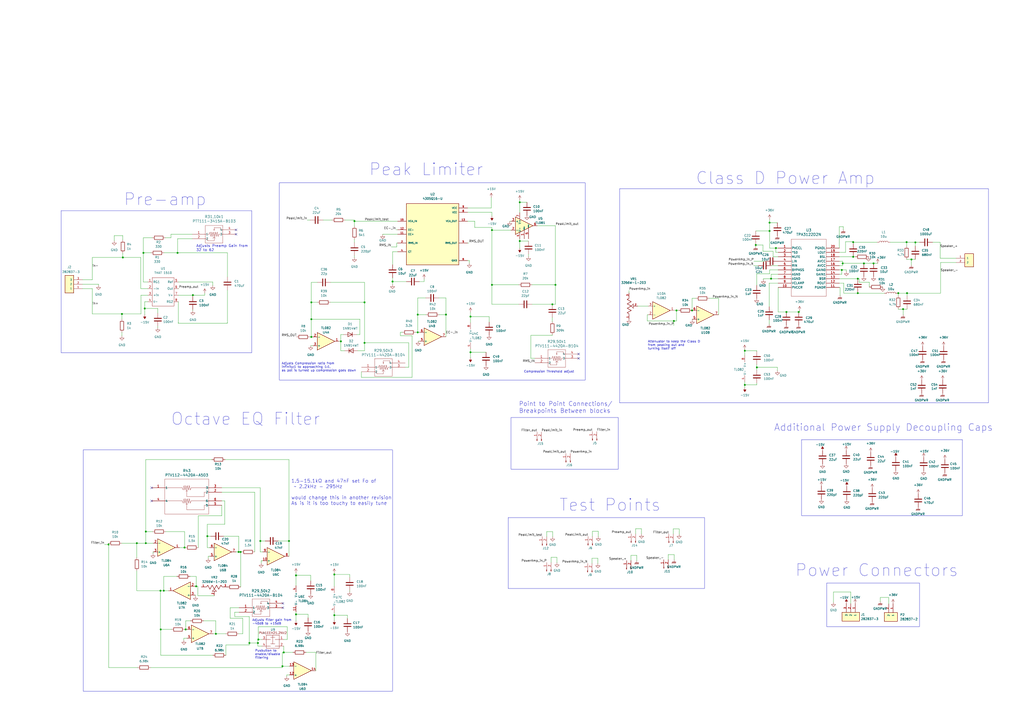
<source format=kicad_sch>
(kicad_sch (version 20231120) (generator "eeschema") (generator_version "8.0")
  (paper "A2")
  (junction (at 193.929 333.248))
  (junction (at 525.907 140.462))
  (junction (at 211.455 175.387))
  (junction (at 392.43 180.086))
  (junction (at 107.696 365.125))
  (junction (at 167.64 313.817))
  (junction (at 163.83 386.461))
  (junction (at 171.704 356.362))
  (junction (at 320.421 176.53))
  (junction (at 530.987 140.589))
  (junction (at 139.573 320.167))
  (junction (at 227.711 163.322))
  (junction (at 164.592 378.46))
  (junction (at 83.185 146.685))
  (junction (at 242.316 182.499))
  (junction (at 432.054 223.266))
  (junction (at 446.405 133.985))
  (junction (at 120.269 311.023))
  (junction (at 494.919 148.971))
  (junction (at 272.923 183.642))
  (junction (at 193.929 356.87))
  (junction (at 285.369 165.227))
  (junction (at 488.823 152.781))
  (junction (at 521.081 170.053))
  (junction (at 438.404 142.113))
  (junction (at 205.613 128.27))
  (junction (at 171.704 333.756))
  (junction (at 432.054 203.454))
  (junction (at 62.992 315.849))
  (junction (at 149.606 372.999))
  (junction (at 242.316 192.786))
  (junction (at 180.594 175.387))
  (junction (at 180.594 195.453))
  (junction (at 285.369 133.477))
  (junction (at 211.455 198.882))
  (junction (at 463.296 180.975))
  (junction (at 79.375 315.087))
  (junction (at 301.498 117.348))
  (junction (at 494.919 140.462))
  (junction (at 125.222 367.665))
  (junction (at 301.498 139.827))
  (junction (at 528.701 150.495))
  (junction (at 390.906 186.182))
  (junction (at 501.142 152.781))
  (junction (at 180.594 185.166))
  (junction (at 526.161 170.053))
  (junction (at 523.875 179.324))
  (junction (at 84.582 308.356))
  (junction (at 497.586 161.671))
  (junction (at 151.003 313.817))
  (junction (at 107.061 317.627))
  (junction (at 258.699 182.499))
  (junction (at 70.739 182.118))
  (junction (at 149.86 370.967))
  (junction (at 450.088 143.891))
  (junction (at 439.039 213.106))
  (junction (at 506.73 152.781))
  (junction (at 197.739 197.993))
  (junction (at 497.586 170.053))
  (junction (at 111.887 171.196))
  (junction (at 456.184 180.975))
  (junction (at 138.43 320.167))
  (junction (at 144.653 372.999))
  (junction (at 446.405 129.159))
  (junction (at 272.923 204.343))
  (junction (at 113.792 340.106))
  (junction (at 71.247 149.352))
  (junction (at 93.091 342.646))
  (junction (at 322.199 165.227))
  (junction (at 83.947 178.943))
  (junction (at 94.996 342.646))
  (junction (at 102.997 146.685))
  (junction (at 84.582 315.087))
  (junction (at 488.315 156.591))
  (junction (at 447.294 161.671))
  (junction (at 93.218 365.125))
  (junction (at 401.447 180.086))
  (no_connect (at 164.084 350.012))
  (no_connect (at 88.011 290.576))
  (no_connect (at 164.084 352.552))
  (no_connect (at 136.906 135.89))
  (no_connect (at 88.011 282.956))
  (no_connect (at 335.661 207.899))
  (no_connect (at 136.906 133.35))
  (no_connect (at 335.661 205.359))
  (wire (pts (xy 284.988 114.554) (xy 284.988 120.65)))
  (wire (pts (xy 521.081 171.577) (xy 521.081 170.053)))
  (wire (pts (xy 138.43 311.023) (xy 138.43 320.167)))
  (wire (pts (xy 136.144 357.632) (xy 144.653 357.632)))
  (wire (pts (xy 242.57 197.866) (xy 243.459 197.866)))
  (wire (pts (xy 545.338 140.589) (xy 545.338 149.733)))
  (wire (pts (xy 242.316 192.786) (xy 243.459 192.786)))
  (wire (pts (xy 493.522 350.139) (xy 493.522 343.408)))
  (wire (pts (xy 149.86 363.601) (xy 149.86 370.967)))
  (wire (pts (xy 205.613 138.811) (xy 205.613 140.716)))
  (wire (pts (xy 450.088 146.431) (xy 450.088 143.891)))
  (wire (pts (xy 463.804 180.975) (xy 463.804 180.213)))
  (wire (pts (xy 272.923 181.102) (xy 272.923 183.642)))
  (wire (pts (xy 272.923 204.343) (xy 281.94 204.343)))
  (wire (pts (xy 525.907 140.462) (xy 516.382 140.462)))
  (wire (pts (xy 140.843 367.665) (xy 138.557 367.665)))
  (wire (pts (xy 451.358 146.431) (xy 450.088 146.431)))
  (wire (pts (xy 392.43 180.086) (xy 393.7 180.086)))
  (wire (pts (xy 451.358 156.591) (xy 446.405 156.591)))
  (wire (pts (xy 106.68 371.348) (xy 106.68 370.205)))
  (wire (pts (xy 301.498 139.827) (xy 306.578 139.827)))
  (wire (pts (xy 113.411 345.186) (xy 113.03 345.186)))
  (wire (pts (xy 343.662 311.15) (xy 343.662 308.229)))
  (wire (pts (xy 530.987 140.462) (xy 525.907 140.462)))
  (wire (pts (xy 306.578 148.717) (xy 306.578 147.447)))
  (wire (pts (xy 163.83 387.223) (xy 163.83 386.461)))
  (wire (pts (xy 71.247 136.652) (xy 66.294 136.652)))
  (wire (pts (xy 525.907 150.495) (xy 525.907 150.368)))
  (wire (pts (xy 307.975 194.564) (xy 307.975 207.899)))
  (wire (pts (xy 70.739 182.118) (xy 81.788 182.118)))
  (wire (pts (xy 84.582 308.356) (xy 84.582 315.087)))
  (wire (pts (xy 140.843 358.648) (xy 133.477 358.648)))
  (wire (pts (xy 526.161 171.577) (xy 526.161 170.053)))
  (wire (pts (xy 369.951 177.546) (xy 376.047 177.546)))
  (wire (pts (xy 209.677 215.646) (xy 209.677 218.948)))
  (wire (pts (xy 346.837 323.85) (xy 346.837 326.898)))
  (wire (pts (xy 438.404 142.113) (xy 442.595 142.113)))
  (wire (pts (xy 431.927 202.692) (xy 431.927 203.454)))
  (wire (pts (xy 91.567 190.119) (xy 91.567 189.23)))
  (wire (pts (xy 106.68 370.205) (xy 108.458 370.205)))
  (wire (pts (xy 545.592 170.053) (xy 526.161 170.053)))
  (wire (pts (xy 509.143 152.781) (xy 506.73 152.781)))
  (wire (pts (xy 133.477 352.552) (xy 133.477 358.648)))
  (wire (pts (xy 239.014 194.691) (xy 232.283 194.691)))
  (wire (pts (xy 201.549 356.87) (xy 193.929 356.87)))
  (wire (pts (xy 489.458 164.211) (xy 489.458 170.053)))
  (wire (pts (xy 242.316 182.499) (xy 242.316 192.786)))
  (wire (pts (xy 392.43 186.182) (xy 392.43 180.086)))
  (wire (pts (xy 180.594 163.83) (xy 180.594 175.387)))
  (wire (pts (xy 283.718 186.817) (xy 283.718 183.642)))
  (wire (pts (xy 390.906 186.182) (xy 392.43 186.182)))
  (wire (pts (xy 177.546 378.46) (xy 183.261 378.46)))
  (wire (pts (xy 497.586 161.671) (xy 498.348 161.671)))
  (wire (pts (xy 184.15 163.83) (xy 180.594 163.83)))
  (wire (pts (xy 237.109 213.106) (xy 237.109 198.882)))
  (wire (pts (xy 490.982 157.48) (xy 490.982 156.591)))
  (wire (pts (xy 368.681 306.705) (xy 372.11 306.705)))
  (wire (pts (xy 520.7 170.053) (xy 521.081 170.053)))
  (wire (pts (xy 211.455 163.83) (xy 211.455 175.387)))
  (wire (pts (xy 221.996 136.017) (xy 221.996 135.89)))
  (wire (pts (xy 93.091 365.125) (xy 93.091 342.646)))
  (wire (pts (xy 193.929 332.486) (xy 193.929 333.248)))
  (wire (pts (xy 246.888 172.847) (xy 242.316 172.847)))
  (wire (pts (xy 183.261 378.46) (xy 183.261 389.001)))
  (wire (pts (xy 166.624 370.967) (xy 164.592 370.967)))
  (wire (pts (xy 439.039 203.454) (xy 432.054 203.454)))
  (wire (pts (xy 375.539 186.182) (xy 390.906 186.182)))
  (wire (pts (xy 163.83 386.461) (xy 167.894 386.461)))
  (wire (pts (xy 439.039 211.455) (xy 439.039 213.106)))
  (wire (pts (xy 498.348 163.703) (xy 498.348 161.671)))
  (wire (pts (xy 439.039 223.266) (xy 432.054 223.266)))
  (wire (pts (xy 151.003 313.817) (xy 151.003 320.167)))
  (wire (pts (xy 180.213 200.533) (xy 181.483 200.533)))
  (wire (pts (xy 285.369 123.19) (xy 271.272 123.19)))
  (wire (pts (xy 130.429 290.576) (xy 130.429 304.165)))
  (wire (pts (xy 308.61 176.53) (xy 320.421 176.53)))
  (wire (pts (xy 103.378 187.579) (xy 103.378 187.198)))
  (wire (pts (xy 184.023 175.387) (xy 180.594 175.387)))
  (wire (pts (xy 451.358 166.751) (xy 451.358 180.975)))
  (wire (pts (xy 197.739 194.056) (xy 197.739 197.993)))
  (wire (pts (xy 70.739 192.786) (xy 70.739 194.818)))
  (wire (pts (xy 120.269 317.627) (xy 121.666 317.627)))
  (wire (pts (xy 128.651 290.576) (xy 130.429 290.576)))
  (wire (pts (xy 149.606 374.777) (xy 151.892 374.777)))
  (wire (pts (xy 93.091 342.646) (xy 94.996 342.646)))
  (wire (pts (xy 439.039 203.835) (xy 439.039 203.454)))
  (wire (pts (xy 205.613 127.635) (xy 205.613 128.27)))
  (wire (pts (xy 83.947 178.943) (xy 91.567 178.943)))
  (wire (pts (xy 230.124 143.256) (xy 230.124 140.97)))
  (wire (pts (xy 131.826 187.579) (xy 103.378 187.579)))
  (wire (pts (xy 295.656 128.397) (xy 296.418 128.397)))
  (wire (pts (xy 53.594 149.352) (xy 71.247 149.352)))
  (wire (pts (xy 447.294 159.131) (xy 447.294 161.671)))
  (wire (pts (xy 369.443 322.199) (xy 369.443 325.247)))
  (wire (pts (xy 88.265 137.922) (xy 83.185 137.922)))
  (wire (pts (xy 110.236 334.391) (xy 113.792 334.391)))
  (wire (pts (xy 114.808 345.567) (xy 114.808 340.106)))
  (wire (pts (xy 197.739 197.993) (xy 196.723 197.993)))
  (wire (pts (xy 166.37 392.43) (xy 166.37 391.541)))
  (wire (pts (xy 70.612 315.087) (xy 79.375 315.087)))
  (wire (pts (xy 113.792 340.106) (xy 113.03 340.106)))
  (wire (pts (xy 486.918 164.211) (xy 489.458 164.211)))
  (wire (pts (xy 501.142 152.781) (xy 488.823 152.781)))
  (wire (pts (xy 130.429 304.165) (xy 120.269 304.165)))
  (wire (pts (xy 227.711 146.05) (xy 230.632 146.05)))
  (wire (pts (xy 131.953 187.325) (xy 131.953 168.275)))
  (wire (pts (xy 193.929 356.87) (xy 193.929 355.346)))
  (wire (pts (xy 211.455 175.387) (xy 191.643 175.387)))
  (wire (pts (xy 118.745 171.196) (xy 111.887 171.196)))
  (wire (pts (xy 149.606 372.999) (xy 149.606 374.777)))
  (wire (pts (xy 53.594 182.118) (xy 70.739 182.118)))
  (wire (pts (xy 102.616 334.391) (xy 94.996 334.391)))
  (wire (pts (xy 171.704 333.756) (xy 171.704 339.725)))
  (wire (pts (xy 153.797 313.817) (xy 151.003 313.817)))
  (wire (pts (xy 438.404 142.113) (xy 438.404 143.002)))
  (wire (pts (xy 123.444 163.576) (xy 103.505 163.576)))
  (wire (pts (xy 151.003 320.167) (xy 152.4 320.167)))
  (wire (pts (xy 171.704 332.359) (xy 171.704 333.756)))
  (wire (pts (xy 178.181 127.635) (xy 179.832 127.635)))
  (wire (pts (xy 81.788 171.196) (xy 85.725 171.196)))
  (wire (pts (xy 211.455 198.882) (xy 211.455 203.454)))
  (wire (pts (xy 120.269 311.023) (xy 120.269 317.627)))
  (wire (pts (xy 128.651 293.116) (xy 128.651 299.212)))
  (wire (pts (xy 241.046 192.786) (xy 242.316 192.786)))
  (wire (pts (xy 149.86 370.967) (xy 149.606 370.967)))
  (wire (pts (xy 254.508 172.847) (xy 258.699 172.847)))
  (wire (pts (xy 60.579 315.849) (xy 62.992 315.849)))
  (wire (pts (xy 199.898 203.454) (xy 197.739 203.454)))
  (wire (pts (xy 525.907 142.748) (xy 525.907 140.462)))
  (wire (pts (xy 494.919 140.208) (xy 494.919 140.462)))
  (wire (pts (xy 376.047 182.626) (xy 375.539 182.626)))
  (wire (pts (xy 53.594 167.386) (xy 47.879 167.386)))
  (wire (pts (xy 91.567 181.61) (xy 91.567 178.943)))
  (wire (pts (xy 199.263 194.056) (xy 197.739 194.056)))
  (wire (pts (xy 206.883 194.056) (xy 208.788 194.056)))
  (wire (pts (xy 322.199 130.937) (xy 311.658 130.937)))
  (wire (pts (xy 416.814 173.101) (xy 416.814 182.626)))
  (wire (pts (xy 94.996 342.646) (xy 97.79 342.646)))
  (wire (pts (xy 235.077 213.106) (xy 237.109 213.106)))
  (wire (pts (xy 488.823 151.511) (xy 486.918 151.511)))
  (wire (pts (xy 320.421 176.53) (xy 322.199 176.53)))
  (wire (pts (xy 103.378 187.198) (xy 103.505 187.198)))
  (wire (pts (xy 390.906 188.849) (xy 390.906 186.182)))
  (wire (pts (xy 180.213 336.931) (xy 180.213 333.756)))
  (wire (pts (xy 446.151 188.087) (xy 446.151 185.547)))
  (wire (pts (xy 171.704 356.362) (xy 171.704 360.172)))
  (wire (pts (xy 432.054 203.454) (xy 432.054 206.248)))
  (wire (pts (xy 229.616 133.35) (xy 230.632 133.35)))
  (wire (pts (xy 301.498 117.348) (xy 305.689 117.348)))
  (wire (pts (xy 497.586 161.671) (xy 497.586 161.925)))
  (wire (pts (xy 207.518 203.454) (xy 211.455 203.454)))
  (wire (pts (xy 226.949 143.256) (xy 230.124 143.256)))
  (wire (pts (xy 167.64 313.817) (xy 161.417 313.817)))
  (wire (pts (xy 438.404 141.605) (xy 438.404 142.113)))
  (wire (pts (xy 179.705 195.453) (xy 180.594 195.453)))
  (wire (pts (xy 230.124 140.97) (xy 230.632 140.97)))
  (wire (pts (xy 307.975 207.899) (xy 310.261 207.899)))
  (wire (pts (xy 486.918 156.591) (xy 488.315 156.591)))
  (wire (pts (xy 364.871 168.529) (xy 364.871 169.926)))
  (wire (pts (xy 167.64 322.707) (xy 167.64 313.817)))
  (wire (pts (xy 163.83 378.46) (xy 164.592 378.46)))
  (wire (pts (xy 447.294 161.671) (xy 442.849 161.671)))
  (wire (pts (xy 99.187 137.922) (xy 95.885 137.922)))
  (wire (pts (xy 320.421 186.563) (xy 320.421 184.15)))
  (wire (pts (xy 118.11 360.172) (xy 125.222 360.172)))
  (wire (pts (xy 131.953 146.685) (xy 131.953 160.655)))
  (wire (pts (xy 319.659 326.263) (xy 319.659 323.342)))
  (wire (pts (xy 130.937 367.665) (xy 125.222 367.665)))
  (wire (pts (xy 53.594 162.306) (xy 47.879 162.306)))
  (wire (pts (xy 163.83 378.46) (xy 163.83 386.461)))
  (wire (pts (xy 506.73 152.781) (xy 501.142 152.781)))
  (wire (pts (xy 494.919 140.462) (xy 508.762 140.462)))
  (wire (pts (xy 131.826 187.325) (xy 131.953 187.325)))
  (wire (pts (xy 93.218 365.125) (xy 93.091 365.125)))
  (wire (pts (xy 227.711 153.543) (xy 227.711 146.05)))
  (wire (pts (xy 391.033 321.691) (xy 391.033 324.739)))
  (wire (pts (xy 343.408 323.85) (xy 346.837 323.85)))
  (wire (pts (xy 285.369 131.953) (xy 275.336 131.953)))
  (wire (pts (xy 151.511 325.247) (xy 152.4 325.247)))
  (wire (pts (xy 401.574 180.086) (xy 401.447 180.086)))
  (wire (pts (xy 245.999 161.798) (xy 245.999 163.322)))
  (wire (pts (xy 387.604 324.612) (xy 387.604 321.691)))
  (wire (pts (xy 450.088 143.891) (xy 446.405 143.891)))
  (wire (pts (xy 510.667 346.583) (xy 510.667 348.996)))
  (wire (pts (xy 111.887 180.213) (xy 111.887 179.578)))
  (wire (pts (xy 129.794 311.023) (xy 138.43 311.023)))
  (wire (pts (xy 85.725 175.006) (xy 83.947 175.006)))
  (wire (pts (xy 93.218 380.111) (xy 93.218 365.125)))
  (wire (pts (xy 497.586 169.545) (xy 497.586 170.053)))
  (wire (pts (xy 81.661 167.386) (xy 85.725 167.386)))
  (wire (pts (xy 123.444 165.608) (xy 123.444 163.576)))
  (wire (pts (xy 448.437 148.971) (xy 451.358 148.971)))
  (wire (pts (xy 272.288 151.13) (xy 271.272 151.13)))
  (wire (pts (xy 545.338 149.733) (xy 554.609 149.733)))
  (wire (pts (xy 512.064 166.497) (xy 511.937 166.497)))
  (wire (pts (xy 323.088 323.342) (xy 323.088 326.39)))
  (wire (pts (xy 451.358 159.131) (xy 447.294 159.131)))
  (wire (pts (xy 446.405 158.877) (xy 438.912 158.877)))
  (wire (pts (xy 521.081 179.324) (xy 521.081 179.197)))
  (wire (pts (xy 227.711 163.322) (xy 227.711 164.973)))
  (wire (pts (xy 70.739 185.166) (xy 70.739 182.118)))
  (wire (pts (xy 285.369 133.477) (xy 296.418 133.477)))
  (wire (pts (xy 343.408 326.771) (xy 343.408 323.85)))
  (wire (pts (xy 526.161 179.324) (xy 523.875 179.324)))
  (wire (pts (xy 118.745 170.053) (xy 118.745 171.196)))
  (wire (pts (xy 227.711 161.163) (xy 227.711 163.322)))
  (wire (pts (xy 166.37 391.541) (xy 167.894 391.541)))
  (wire (pts (xy 71.247 139.192) (xy 71.247 136.652)))
  (wire (pts (xy 486.918 161.671) (xy 497.586 161.671)))
  (wire (pts (xy 84.582 266.573) (xy 84.582 308.356)))
  (wire (pts (xy 227.711 163.322) (xy 235.712 163.322)))
  (wire (pts (xy 528.701 153.797) (xy 528.701 150.495)))
  (wire (pts (xy 515.493 350.266) (xy 515.493 346.583)))
  (wire (pts (xy 320.548 308.356) (xy 320.548 311.404)))
  (wire (pts (xy 372.11 306.705) (xy 372.11 309.753)))
  (wire (pts (xy 490.474 146.431) (xy 490.474 140.208)))
  (wire (pts (xy 128.651 282.956) (xy 151.003 282.956)))
  (wire (pts (xy 366.014 322.199) (xy 369.443 322.199)))
  (wire (pts (xy 57.15 164.846) (xy 47.879 164.846)))
  (wire (pts (xy 211.455 175.387) (xy 211.455 198.882)))
  (wire (pts (xy 456.184 180.975) (xy 463.296 180.975)))
  (wire (pts (xy 83.185 163.576) (xy 83.185 146.685)))
  (wire (pts (xy 107.696 360.172) (xy 107.696 365.125)))
  (wire (pts (xy 307.975 194.564) (xy 320.421 194.564)))
  (wire (pts (xy 347.091 308.229) (xy 347.091 311.277)))
  (wire (pts (xy 180.594 195.453) (xy 181.483 195.453)))
  (wire (pts (xy 432.054 224.79) (xy 432.054 223.266)))
  (wire (pts (xy 88.519 308.356) (xy 84.582 308.356)))
  (wire (pts (xy 201.549 358.775) (xy 201.549 356.87)))
  (wire (pts (xy 125.222 360.172) (xy 125.222 367.665)))
  (wire (pts (xy 393.954 306.832) (xy 393.954 309.88)))
  (wire (pts (xy 301.498 138.557) (xy 301.498 139.827)))
  (wire (pts (xy 79.756 387.223) (xy 62.992 387.223)))
  (wire (pts (xy 95.123 146.685) (xy 102.997 146.685)))
  (wire (pts (xy 205.613 128.27) (xy 230.632 128.27)))
  (wire (pts (xy 88.773 321.183) (xy 88.773 320.167)))
  (wire (pts (xy 446.405 127.127) (xy 446.405 129.159)))
  (wire (pts (xy 202.819 342.519) (xy 202.819 343.154)))
  (wire (pts (xy 107.061 308.356) (xy 107.061 317.627)))
  (wire (pts (xy 120.269 311.023) (xy 122.174 311.023)))
  (wire (pts (xy 107.696 365.125) (xy 108.458 365.125)))
  (wire (pts (xy 488.823 152.781) (xy 488.823 151.511)))
  (wire (pts (xy 209.677 218.948) (xy 239.014 218.948)))
  (wire (pts (xy 247.142 182.499) (xy 242.316 182.499)))
  (wire (pts (xy 494.919 148.971) (xy 496.189 148.971)))
  (wire (pts (xy 526.161 179.197) (xy 526.161 179.324)))
  (wire (pts (xy 151.511 326.644) (xy 151.511 325.247)))
  (wire (pts (xy 446.405 133.985) (xy 446.405 143.891)))
  (wire (pts (xy 322.199 165.227) (xy 322.199 130.937)))
  (wire (pts (xy 488.823 154.051) (xy 488.823 152.781)))
  (wire (pts (xy 197.739 203.454) (xy 197.739 197.993)))
  (wire (pts (xy 486.918 154.051) (xy 488.823 154.051)))
  (wire (pts (xy 66.294 136.652) (xy 66.294 139.7)))
  (wire (pts (xy 136.906 320.167) (xy 138.43 320.167)))
  (wire (pts (xy 528.701 150.495) (xy 525.907 150.495)))
  (wire (pts (xy 320.421 194.183) (xy 320.421 194.564)))
  (wire (pts (xy 103.759 167.386) (xy 103.505 167.386)))
  (wire (pts (xy 93.218 380.111) (xy 123.444 380.111)))
  (wire (pts (xy 390.525 306.832) (xy 393.954 306.832)))
  (wire (pts (xy 136.144 355.092) (xy 136.144 357.632)))
  (wire (pts (xy 438.404 133.985) (xy 446.405 133.985)))
  (wire (pts (xy 183.261 389.001) (xy 183.134 389.001)))
  (wire (pts (xy 245.999 163.322) (xy 243.332 163.322)))
  (wire (pts (xy 113.411 345.821) (xy 113.411 345.186)))
  (wire (pts (xy 232.283 194.691) (xy 232.283 192.786)))
  (wire (pts (xy 272.923 183.642) (xy 272.923 187.198)))
  (wire (pts (xy 451.358 143.891) (xy 450.088 143.891)))
  (wire (pts (xy 200.152 127.635) (xy 205.613 127.635)))
  (wire (pts (xy 71.247 146.812) (xy 71.247 149.352)))
  (wire (pts (xy 62.992 387.223) (xy 62.992 315.849)))
  (wire (pts (xy 111.887 171.958) (xy 111.887 171.196)))
  (wire (pts (xy 139.573 340.487) (xy 139.573 320.167)))
  (wire (pts (xy 79.375 331.089) (xy 79.375 342.646)))
  (wire (pts (xy 285.369 165.227) (xy 285.369 176.53)))
  (wire (pts (xy 120.777 323.85) (xy 120.777 322.707)))
  (wire (pts (xy 391.287 180.086) (xy 392.43 180.086)))
  (wire (pts (xy 442.849 161.671) (xy 442.849 162.179)))
  (wire (pts (xy 191.77 163.83) (xy 211.455 163.83)))
  (wire (pts (xy 285.369 125.349) (xy 285.369 123.19)))
  (wire (pts (xy 138.43 320.167) (xy 139.573 320.167)))
  (wire (pts (xy 285.369 131.953) (xy 285.369 133.477)))
  (wire (pts (xy 102.997 138.43) (xy 102.997 146.685)))
  (wire (pts (xy 114.808 340.106) (xy 113.792 340.106)))
  (wire (pts (xy 448.437 145.796) (xy 442.595 145.796)))
  (wire (pts (xy 166.624 363.601) (xy 149.86 363.601)))
  (wire (pts (xy 486.918 166.751) (xy 487.299 166.751)))
  (wire (pts (xy 254.762 182.499) (xy 258.699 182.499)))
  (wire (pts (xy 489.204 131.445) (xy 489.204 133.223)))
  (wire (pts (xy 401.574 185.547) (xy 401.574 185.166)))
  (wire (pts (xy 131.064 374.142) (xy 144.653 374.142)))
  (wire (pts (xy 487.299 166.751) (xy 487.299 171.45)))
  (wire (pts (xy 180.594 175.387) (xy 180.594 185.166)))
  (wire (pts (xy 486.918 148.971) (xy 494.919 148.971)))
  (wire (pts (xy 301.498 117.348) (xy 301.498 123.317)))
  (wire (pts (xy 62.992 315.849) (xy 62.992 315.087)))
  (wire (pts (xy 128.651 285.496) (xy 147.701 285.496)))
  (wire (pts (xy 192.532 127.635) (xy 187.452 127.635)))
  (wire (pts (xy 239.014 218.948) (xy 239.014 194.691)))
  (wire (pts (xy 284.988 120.65) (xy 271.272 120.65)))
  (wire (pts (xy 375.539 182.626) (xy 375.539 186.182)))
  (wire (pts (xy 515.493 346.583) (xy 510.667 346.583)))
  (wire (pts (xy 193.929 333.248) (xy 193.929 340.106)))
  (wire (pts (xy 81.788 182.118) (xy 81.788 171.196)))
  (wire (pts (xy 486.918 146.431) (xy 490.474 146.431)))
  (wire (pts (xy 104.14 317.627) (xy 107.061 317.627)))
  (wire (pts (xy 99.441 365.125) (xy 93.218 365.125)))
  (wire (pts (xy 144.653 372.999) (xy 144.653 374.142)))
  (wire (pts (xy 81.661 149.352) (xy 81.661 167.386)))
  (wire (pts (xy 139.573 320.167) (xy 140.081 320.167)))
  (wire (pts (xy 285.369 133.477) (xy 285.369 165.227)))
  (wire (pts (xy 180.594 185.166) (xy 208.788 185.166)))
  (wire (pts (xy 144.653 357.632) (xy 144.653 372.999)))
  (wire (pts (xy 523.875 182.626) (xy 523.875 179.324)))
  (wire (pts (xy 180.213 333.756) (xy 171.704 333.756)))
  (wire (pts (xy 120.269 304.165) (xy 120.269 311.023)))
  (wire (pts (xy 317.119 308.356) (xy 320.548 308.356)))
  (wire (pts (xy 497.586 170.053) (xy 513.08 170.053)))
  (wire (pts (xy 438.912 158.877) (xy 438.912 165.481)))
  (wire (pts (xy 523.875 179.324) (xy 521.081 179.324)))
  (wire (pts (xy 437.134 154.051) (xy 439.801 154.051)))
  (wire (pts (xy 489.458 170.053) (xy 497.586 170.053)))
  (wire (pts (xy 83.185 146.685) (xy 87.503 146.685)))
  (wire (pts (xy 463.296 180.975) (xy 463.804 180.975)))
  (wire (pts (xy 450.977 215.011) (xy 450.977 213.106)))
  (wire (pts (xy 446.405 156.591) (xy 446.405 158.877)))
  (wire (pts (xy 107.061 317.627) (xy 107.442 317.627)))
  (wire (pts (xy 57.15 165.481) (xy 57.15 164.846)))
  (wire (pts (xy 147.701 285.496) (xy 147.701 320.167)))
  (wire (pts (xy 110.49 360.172) (xy 107.696 360.172)))
  (wire (pts (xy 258.699 195.326) (xy 258.699 182.499)))
  (wire (pts (xy 446.405 129.159) (xy 450.977 129.159)))
  (wire (pts (xy 131.826 187.325) (xy 131.826 187.579)))
  (wire (pts (xy 149.606 372.999) (xy 144.653 372.999)))
  (wire (pts (xy 319.659 323.342) (xy 323.088 323.342)))
  (wire (pts (xy 122.936 266.573) (xy 84.582 266.573)))
  (wire (pts (xy 115.062 299.212) (xy 115.062 317.627)))
  (wire (pts (xy 530.987 140.589) (xy 530.987 142.748)))
  (wire (pts (xy 164.592 374.777) (xy 164.592 378.46)))
  (wire (pts (xy 504.317 166.497) (xy 504.317 163.703)))
  (wire (pts (xy 451.358 180.975) (xy 456.184 180.975)))
  (wire (pts (xy 366.014 325.12) (xy 366.014 322.199)))
  (wire (pts (xy 411.353 173.101) (xy 416.814 173.101)))
  (wire (pts (xy 450.977 213.106) (xy 439.039 213.106)))
  (wire (pts (xy 545.592 152.273) (xy 545.592 170.053)))
  (wire (pts (xy 242.316 172.847) (xy 242.316 182.499)))
  (wire (pts (xy 202.819 333.248) (xy 193.929 333.248)))
  (wire (pts (xy 180.594 185.166) (xy 180.594 195.453)))
  (wire (pts (xy 178.689 356.362) (xy 171.704 356.362)))
  (wire (pts (xy 283.718 183.642) (xy 272.923 183.642)))
  (wire (pts (xy 448.437 148.971) (xy 448.437 145.796)))
  (wire (pts (xy 439.039 213.106) (xy 439.039 214.63)))
  (wire (pts (xy 390.525 309.753) (xy 390.525 306.832)))
  (wire (pts (xy 164.592 378.46) (xy 169.926 378.46)))
  (wire (pts (xy 317.119 311.277) (xy 317.119 308.356)))
  (wire (pts (xy 111.887 171.196) (xy 103.505 171.196)))
  (wire (pts (xy 486.918 131.445) (xy 489.204 131.445)))
  (wire (pts (xy 193.929 359.791) (xy 193.929 356.87)))
  (wire (pts (xy 237.109 198.882) (xy 211.455 198.882)))
  (wire (pts (xy 308.61 165.227) (xy 322.199 165.227)))
  (wire (pts (xy 171.704 354.965) (xy 171.704 356.362)))
  (wire (pts (xy 167.64 266.573) (xy 167.64 313.817)))
  (wire (pts (xy 79.375 315.087) (xy 84.582 315.087)))
  (wire (pts (xy 53.594 182.118) (xy 53.594 167.386)))
  (wire (pts (xy 166.624 370.967) (xy 166.624 363.601)))
  (wire (pts (xy 130.556 266.573) (xy 167.64 266.573)))
  (wire (pts (xy 99.187 135.89) (xy 99.187 137.922)))
  (wire (pts (xy 343.662 308.229) (xy 347.091 308.229)))
  (wire (pts (xy 403.733 173.101) (xy 401.447 173.101)))
  (wire (pts (xy 83.185 137.922) (xy 83.185 146.685)))
  (wire (pts (xy 53.594 149.352) (xy 53.594 162.306)))
  (wire (pts (xy 111.506 138.43) (xy 102.997 138.43)))
  (wire (pts (xy 446.405 129.159) (xy 446.405 133.985)))
  (wire (pts (xy 272.923 204.343) (xy 272.923 202.438)))
  (wire (pts (xy 272.288 152.654) (xy 272.288 151.13)))
  (wire (pts (xy 84.582 315.087) (xy 88.9 315.087)))
  (wire (pts (xy 79.375 323.469) (xy 79.375 315.087)))
  (wire (pts (xy 149.86 370.967) (xy 151.892 370.967)))
  (wire (pts (xy 387.604 321.691) (xy 391.033 321.691)))
  (wire (pts (xy 504.317 163.703) (xy 498.348 163.703)))
  (wire (pts (xy 446.151 164.211) (xy 451.358 164.211)))
  (wire (pts (xy 431.927 203.454) (xy 432.054 203.454)))
  (wire (pts (xy 258.699 172.847) (xy 258.699 182.499)))
  (wire (pts (xy 111.506 135.89) (xy 99.187 135.89)))
  (wire (pts (xy 107.061 365.125) (xy 107.696 365.125)))
  (wire (pts (xy 439.039 222.25) (xy 439.039 223.266)))
  (wire (pts (xy 96.139 308.356) (xy 107.061 308.356)))
  (wire (pts (xy 272.034 140.97) (xy 271.272 140.97)))
  (wire (pts (xy 151.003 282.956) (xy 151.003 313.817)))
  (wire (pts (xy 272.923 207.518) (xy 272.923 204.343)))
  (wire (pts (xy 202.819 334.899) (xy 202.819 333.248)))
  (wire (pts (xy 128.651 299.212) (xy 115.062 299.212)))
  (wire (pts (xy 71.247 149.352) (xy 81.661 149.352)))
  (wire (pts (xy 113.792 334.391) (xy 113.792 340.106)))
  (wire (pts (xy 451.358 161.671) (xy 447.294 161.671)))
  (wire (pts (xy 208.788 194.056) (xy 208.788 185.166)))
  (wire (pts (xy 301.498 139.827) (xy 301.498 143.891)))
  (wire (pts (xy 301.498 115.951) (xy 301.498 117.348)))
  (wire (pts (xy 300.99 165.227) (xy 285.369 165.227)))
  (wire (pts (xy 88.773 320.167) (xy 88.9 320.167)))
  (wire (pts (xy 205.613 128.27) (xy 205.613 131.191)))
  (wire (pts (xy 401.447 173.101) (xy 401.447 180.086)))
  (wire (pts (xy 486.918 159.131) (xy 488.315 159.131)))
  (wire (pts (xy 446.151 177.927) (xy 446.151 164.211)))
  (wire (pts (xy 87.376 387.223) (xy 163.83 387.223)))
  (wire (pts (xy 79.375 342.646) (xy 93.091 342.646)))
  (wire (pts (xy 490.982 156.591) (xy 488.315 156.591)))
  (wire (pts (xy 178.689 358.394) (xy 178.689 356.362)))
  (wire (pts (xy 83.185 163.576) (xy 85.725 163.576)))
  (wire (pts (xy 125.222 367.665) (xy 123.698 367.665)))
  (wire (pts (xy 488.315 156.591) (xy 488.315 159.131)))
  (wire (pts (xy 138.684 355.092) (xy 136.144 355.092)))
  (wire (pts (xy 102.997 146.685) (xy 131.953 146.685)))
  (wire (pts (xy 530.987 150.495) (xy 528.701 150.495)))
  (wire (pts (xy 526.161 170.053) (xy 521.081 170.053)))
  (wire (pts (xy 437.261 151.511) (xy 443.738 151.511)))
  (wire (pts (xy 120.777 322.707) (xy 121.666 322.707)))
  (wire (pts (xy 149.606 370.967) (xy 149.606 372.999)))
  (wire (pts (xy 322.199 176.53) (xy 322.199 165.227)))
  (wire (pts (xy 140.843 367.665) (xy 140.843 358.648)))
  (wire (pts (xy 233.426 192.786) (xy 232.283 192.786)))
  (wire (pts (xy 530.987 150.368) (xy 530.987 150.495)))
  (wire (pts (xy 401.447 180.086) (xy 401.32 180.086)))
  (wire (pts (xy 131.064 374.142) (xy 131.064 380.111)))
  (wire (pts (xy 275.336 131.953) (xy 275.336 128.27)))
  (wire (pts (xy 486.918 143.891) (xy 486.918 131.445)))
  (wire (pts (xy 545.592 152.273) (xy 554.609 152.273)))
  (wire (pts (xy 221.996 135.89) (xy 230.632 135.89)))
  (wire (pts (xy 442.595 145.796) (xy 442.595 142.113)))
  (wire (pts (xy 124.333 345.567) (xy 114.808 345.567)))
  (wire (pts (xy 103.505 187.198) (xy 103.505 175.006)))
  (wire (pts (xy 451.358 154.051) (xy 447.421 154.051)))
  (wire (pts (xy 300.99 176.53) (xy 285.369 176.53)))
  (wire (pts (xy 368.681 309.626) (xy 368.681 306.705)))
  (wire (pts (xy 133.477 352.552) (xy 138.684 352.552)))
  (wire (pts (xy 83.947 178.943) (xy 83.947 182.499)))
  (wire (pts (xy 483.489 343.408) (xy 483.489 349.377)))
  (wire (pts (xy 275.336 128.27) (xy 271.272 128.27)))
  (wire (pts (xy 205.613 149.352) (xy 205.613 148.336)))
  (wire (pts (xy 530.987 140.589) (xy 533.4 140.589)))
  (wire (pts (xy 83.947 175.006) (xy 83.947 178.943)))
  (wire (pts (xy 94.996 334.391) (xy 94.996 342.646)))
  (wire (pts (xy 493.522 343.408) (xy 483.489 343.408)))
  (wire (pts (xy 541.02 140.589) (xy 545.338 140.589)))
  (wire (pts (xy 432.054 223.266) (xy 432.054 221.488)))
  (wire (pts (xy 494.919 140.462) (xy 494.919 141.351)))
  (wire (pts (xy 490.474 140.208) (xy 494.919 140.208)))
  (wire (pts (xy 530.987 140.589) (xy 530.987 140.462)))
  (rectangle (start 464.947 255.016) (end 558.292 299.085))
  (rectangle (start 296.418 242.189) (end 358.648 272.161))
  (rectangle (start 359.41 109.474) (end 573.405 233.68))
  (rectangle (start 294.767 300.228) (end 408.686 341.376))
  (rectangle (start 35.433 122.174) (end 146.05 204.597))
  (rectangle (start 48.26 260.985) (end 227.711 400.939))
  (rectangle (start 162.052 106.045) (end 339.471 220.472))
  (rectangle (start 479.552 338.201) (end 533.4 363.474))
  (text "Pusbutton to \nenable/disable\nfiltering" (at 147.955 382.397 0) (effects (font (size 1.27 1.27)) (justify left bottom)))
  (text "Compression Threshold adjust" (at 303.911 216.408 0) (effects (font (size 1.27 1.27)) (justify left bottom)))
  (text "Adjusts filter gain from\n-40dB to +15dB" (at 146.304 362.585 0) (effects (font (size 1.27 1.27)) (justify left bottom)))
  (text "Test Points" (at 324.231 297.18 0) (effects (font (size 7 7)) (justify left bottom)))
  (text "Peak Limiter" (at 213.995 102.489 0) (effects (font (size 7 7)) (justify left bottom)))
  (text "Class D Power Amp		" (at 403.479 107.569 0) (effects (font (size 7 7)) (justify left bottom)))
  (text "Power Connectors" (at 461.137 335.026 0) (effects (font (size 7 7)) (justify left bottom)))
  (text "Additional Power Supply Decoupling Caps" (at 448.945 250.444 0) (effects (font (size 4 4)) (justify left bottom)))
  (text "Octave EQ Filter\n" (at 99.06 247.269 0) (effects (font (size 7 7)) (justify left bottom)))
  (text "Attenuator to keep the Class D\nfrom peaking out and\nturning itself off" (at 375.793 203.073 0) (effects (font (size 1.27 1.27)) (justify left bottom)))
  (text "Point to Point Connections/\nBreakpoints Between blocks" (at 300.99 239.903 0) (effects (font (size 2.5 2.5)) (justify left bottom)))
  (text "Adjusts Compression ratio from\ninfinity:1 to approaching 1:1,\nas pot is turned up compression goes down" (at 163.322 215.773 0) (effects (font (size 1.27 1.27)) (justify left bottom)))
  (text "1.5-15.1kΩ and 47nF set Fo of\n ~ 2.2kHz - 295Hz\n\nwould change this in another revision\nAs is it is too touchy to easily tune" (at 168.91 293.243 0) (effects (font (size 2 2)) (justify left bottom)))
  (text "Adjusts Preamp Gain from\n32 to 62 " (at 113.792 146.05 0) (effects (font (size 1.5 1.5)) (justify left bottom)))
  (text "Pre-amp" (at 71.628 119.888 0) (effects (font (size 7 7)) (justify left bottom)))
  (label "Filter_out" (at 183.261 379.603 0))
  (label "PeakLimit_test" (at 314.579 311.277 180))
  (label "in+" (at 53.594 177.038 0))
  (label "PowerAmp_in_N" (at 340.868 326.771 180))
  (label "PowerAmp_in_N" (at 437.134 154.051 180))
  (label "RMS_OUT" (at 172.085 195.453 180))
  (label "Preamp_out" (at 343.662 250.317 180))
  (label "PowerAmp_in_P" (at 390.906 188.849 180))
  (label "PeakLimit_out" (at 322.199 130.937 0))
  (label "Speaker_-" (at 545.592 157.734 0))
  (label "Preamp_out" (at 366.141 309.626 180))
  (label "RMS_OUT" (at 272.034 140.97 0))
  (label "PowerAmp_in" (at 330.835 263.017 0))
  (label "PeakLimit_out" (at 328.295 263.017 180))
  (label "Speaker_+" (at 363.474 325.12 180))
  (label "Preamp_out" (at 103.759 167.386 0))
  (label "PowerAmp_in" (at 364.871 168.529 0))
  (label "PeakLimit_in" (at 178.181 127.635 180))
  (label "Filter_in" (at 60.579 315.849 180))
  (label "Filter_in" (at 346.202 250.317 0))
  (label "PowerAmp_in_P" (at 317.119 326.263 180))
  (label "RMS_IN" (at 226.949 143.256 180))
  (label "Filter_out" (at 311.531 250.571 180))
  (label "PeakLimit_test" (at 211.582 128.27 0))
  (label "Speaker_+" (at 545.338 143.764 0))
  (label "Filter_out" (at 387.985 309.753 180))
  (label "in-" (at 53.594 155.194 0))
  (label "PowerAmp_in_P" (at 437.261 151.511 180))
  (label "Speaker_-" (at 385.064 324.612 180))
  (label "EC-_in" (at 229.616 133.35 180))
  (label "PowerAmp_in_N" (at 413.258 173.101 0))
  (label "RMS_IN" (at 310.261 210.439 180))
  (label "EC-_in" (at 258.699 193.802 0))
  (label "PeakLimit_out" (at 341.122 311.15 180))
  (label "PeakLimit_in" (at 314.071 250.571 0))
  (symbol (lib_id "power:GND") (at 442.849 162.179 0) (unit 1)
    (property "Reference" "#PWR046" (effects (hide yes)))
    (property "Value" "GND" (at 442.341 165.608 0))
  )
  (symbol (lib_id "20k Trim Pot:3266W-1-203") (at 364.871 177.546 90) (unit 1)
    (property "Reference" "VR1" (at 369.443 161.798 90) (effects (justify left)))
    (property "Value" "3266W-1-203" (at 374.777 163.957 90) (effects (justify left)))
    (property "Footprint" "20k Trim Pot:TRIM_3266W-1-203" (effects (hide yes)))
    (property "Description" "\nTRIMMER-1/4in SQ MT CERMET | Bourns 3266W-1-203\n" (effects (hide yes)))
    (property "MF" "Bourns" (effects (hide yes)))
    (property "Package" "TO-218 Bourns" (effects (hide yes)))
    (property "Price" "None" (effects (hide yes)))
    (property "Check_prices" "https://www.snapeda.com/parts/3266W-1-203/Bourns/view-part/?ref=eda" (effects (hide yes)))
    (property "STANDARD" "IPC7251" (effects (hide yes)))
    (property "SnapEDA_Link" "https://www.snapeda.com/parts/3266W-1-203/Bourns/view-part/?ref=snap" (effects (hide yes)))
    (property "MP" "3266W-1-203" (effects (hide yes)))
    (property "Availability" "In Stock" (effects (hide yes)))
    (property "MANUFACTURER" "Bourns" (effects (hide yes)))
  )
  (symbol (lib_id "Device:C") (at 439.039 218.44 0) (unit 1)
    (property "Reference" "C53" (at 442.976 217.17 0) (effects (justify left)))
    (property "Value" "100nF" (at 442.976 219.71 0) (effects (justify left)))
    (property "Footprint" "Capacitor_SMD:C_1206_3216Metric_Pad1.33x1.80mm_HandSolder" (effects (hide yes)))
  )
  (symbol (lib_id "power:GNDPWR") (at 463.296 188.595 0) (unit 1)
    (property "Reference" "#PWR051" (effects (hide yes)))
    (property "Value" "GNDPWR" (at 463.169 192.659 0))
  )
  (symbol (lib_id "power:GND") (at 477.139 269.113 0) (unit 1)
    (property "Reference" "#PWR088" (effects (hide yes)))
    (property "Value" "GND" (at 477.139 273.685 0))
  )
  (symbol (lib_id "power:GND") (at 320.548 311.404 0) (unit 1)
    (property "Reference" "#PWR079" (effects (hide yes)))
    (property "Value" "GND" (at 320.548 315.976 0))
  )
  (symbol (lib_id "Device:C") (at 180.213 340.741 0) (unit 1)
    (property "Reference" "C15" (at 183.134 339.471 0) (effects (justify left)))
    (property "Value" "100nF" (at 183.134 342.011 0) (effects (justify left)))
    (property "Footprint" "Capacitor_SMD:C_1206_3216Metric_Pad1.33x1.80mm_HandSolder" (effects (hide yes)))
  )
  (symbol (lib_id "Device:C") (at 304.8 176.53 90) (unit 1)
    (property "Reference" "C12" (at 304.8 169.037 90))
    (property "Value" "22pF" (at 304.8 171.577 90))
    (property "Footprint" "Capacitor_SMD:C_1206_3216Metric_Pad1.33x1.80mm_HandSolder" (effects (hide yes)))
  )
  (symbol (lib_id "Amplifier_Operational:TL082") (at 196.469 347.726 0) (unit 3)
    (property "Reference" "U7" (at 194.564 346.456 0) (effects (justify left)))
    (property "Value" "TL082" (at 194.564 348.996 0) (effects (justify left)))
    (property "Datasheet" "http://www.ti.com/lit/ds/symlink/tl081.pdf" (effects (hide yes)))
  )
  (symbol (lib_id "power:GNDPWR") (at 535.178 208.534 0) (unit 1)
    (property "Reference" "#PWR0104" (effects (hide yes)))
    (property "Value" "GNDPWR" (at 535.051 212.598 0))
  )
  (symbol (lib_id "power:+15V") (at 496.062 350.139 0) (unit 1)
    (property "Reference" "#PWR063" (effects (hide yes)))
    (property "Value" "+15V" (at 496.316 346.456 0))
  )
  (symbol (lib_id "power:GND") (at 346.837 326.898 0) (unit 1)
    (property "Reference" "#PWR076" (effects (hide yes)))
    (property "Value" "GND" (at 346.837 331.47 0))
  )
  (symbol (lib_id "power:GND") (at 483.489 349.377 0) (unit 1)
    (property "Reference" "#PWR065" (effects (hide yes)))
    (property "Value" "GND" (at 483.489 353.949 0))
  )
  (symbol (lib_id "power:+15V") (at 431.927 202.692 0) (unit 1)
    (property "Reference" "#PWR067" (effects (hide yes)))
    (property "Value" "+15V" (at 431.927 197.739 0))
  )
  (symbol (lib_id "Device:R") (at 92.075 137.922 90) (unit 1)
    (property "Reference" "R2" (at 91.948 140.462 90))
    (property "Value" "330" (at 91.948 143.002 90))
    (property "Footprint" "Resistor_SMD:R_1206_3216Metric_Pad1.30x1.75mm_HandSolder" (effects (hide yes)))
  )
  (symbol (lib_id "Device:C") (at 548.132 270.383 0) (unit 1)
    (property "Reference" "C45" (at 551.053 269.113 0) (effects (justify left)))
    (property "Value" "100nF" (at 551.053 271.653 0) (effects (justify left)))
    (property "Footprint" "Capacitor_SMD:C_1206_3216Metric_Pad1.33x1.80mm_HandSolder" (effects (hide yes)))
  )
  (symbol (lib_id "power:GNDPWR") (at 489.204 133.223 0) (unit 1)
    (property "Reference" "#PWR056" (effects (hide yes)))
    (property "Value" "GNDPWR" (at 489.077 137.287 0))
  )
  (symbol (lib_id "power:GNDPWR") (at 446.151 188.087 0) (unit 1)
    (property "Reference" "#PWR047" (effects (hide yes)))
    (property "Value" "GNDPWR" (at 446.024 192.151 0))
  )
  (symbol (lib_id "power:+36V") (at 446.405 127.127 0) (unit 1)
    (property "Reference" "#PWR048" (effects (hide yes)))
    (property "Value" "+36V" (at 446.405 121.92 0))
  )
  (symbol (lib_id "Device:C") (at 446.151 181.737 0) (unit 1)
    (property "Reference" "C25" (at 441.325 180.594 0))
    (property "Value" "1uF" (at 441.325 182.88 0))
    (property "Footprint" "Capacitor_SMD:C_1206_3216Metric_Pad1.33x1.80mm_HandSolder" (effects (hide yes)))
  )
  (symbol (lib_id "power:+36V") (at 547.37 200.914 0) (unit 1)
    (property "Reference" "#PWR0107" (effects (hide yes)))
    (property "Value" "+36V" (at 547.37 195.707 0))
  )
  (symbol (lib_id "20k Trim Pot:3266W-1-203") (at 124.333 340.487 0) (unit 1)
    (property "Reference" "VR2" (at 124.333 334.899 0))
    (property "Value" "3266W-1-203" (at 124.333 337.439 0))
    (property "Footprint" "20k Trim Pot:TRIM_3266W-1-203" (effects (hide yes)))
    (property "Description" "\nTRIMMER-1/4in SQ MT CERMET | Bourns 3266W-1-203\n" (effects (hide yes)))
    (property "MF" "Bourns" (effects (hide yes)))
    (property "Package" "TO-218 Bourns" (effects (hide yes)))
    (property "Price" "None" (effects (hide yes)))
    (property "Check_prices" "https://www.snapeda.com/parts/3266W-1-203/Bourns/view-part/?ref=eda" (effects (hide yes)))
    (property "STANDARD" "IPC7251" (effects (hide yes)))
    (property "SnapEDA_Link" "https://www.snapeda.com/parts/3266W-1-203/Bourns/view-part/?ref=snap" (effects (hide yes)))
    (property "MP" "3266W-1-203" (effects (hide yes)))
    (property "Availability" "In Stock" (effects (hide yes)))
    (property "MANUFACTURER" "Bourns" (effects (hide yes)))
  )
  (symbol (lib_id "power:GND") (at 66.294 139.7 0) (unit 1)
    (property "Reference" "#PWR05" (effects (hide yes)))
    (property "Value" "GND" (at 66.294 145.034 0))
  )
  (symbol (lib_id "power:+15V") (at 284.988 114.554 0) (unit 1)
    (property "Reference" "#PWR010" (effects (hide yes)))
    (property "Value" "+15V" (at 284.988 109.601 0))
  )
  (symbol (lib_id "Device:C") (at 497.586 165.735 0) (unit 1)
    (property "Reference" "C31" (at 493.014 165.608 0))
    (property "Value" "220nF" (at 493.014 167.894 0))
    (property "Footprint" "Capacitor_SMD:C_1206_3216Metric_Pad1.33x1.80mm_HandSolder" (effects (hide yes)))
  )
  (symbol (lib_id "Device:C") (at 202.819 338.709 0) (unit 1)
    (property "Reference" "C18" (at 206.756 337.439 0) (effects (justify left)))
    (property "Value" "100nF" (at 206.756 339.979 0) (effects (justify left)))
    (property "Footprint" "Capacitor_SMD:C_1206_3216Metric_Pad1.33x1.80mm_HandSolder" (effects (hide yes)))
  )
  (symbol (lib_id "power:GND") (at 151.511 326.644 0) (unit 1)
    (property "Reference" "#PWR036" (effects (hide yes)))
    (property "Value" "GND" (at 151.511 331.978 0))
  )
  (symbol (lib_id "power:GND") (at 227.711 164.973 0) (unit 1)
    (property "Reference" "#PWR012" (effects (hide yes)))
    (property "Value" "GND" (at 227.457 169.037 0))
  )
  (symbol (lib_id "power:GND") (at 450.977 215.011 0) (unit 1)
    (property "Reference" "#PWR069" (effects (hide yes)))
    (property "Value" "GND" (at 454.279 217.805 0))
  )
  (symbol (lib_id "power:GND") (at 166.37 392.43 0) (unit 1)
    (property "Reference" "#PWR038" (effects (hide yes)))
    (property "Value" "GND" (at 166.37 397.764 0))
  )
  (symbol (lib_id "Device:C") (at 438.404 137.795 0) (unit 1)
    (property "Reference" "C22" (at 433.578 136.652 0))
    (property "Value" "100nF" (at 433.578 138.938 0))
    (property "Footprint" "Capacitor_SMD:C_1206_3216Metric_Pad1.33x1.80mm_HandSolder" (effects (hide yes)))
  )
  (symbol (lib_id "power:+15V") (at 171.704 332.359 0) (unit 1)
    (property "Reference" "#PWR026" (effects (hide yes)))
    (property "Value" "+15V" (at 171.704 327.406 0))
  )
  (symbol (lib_id "power:GND") (at 401.574 185.547 0) (unit 1)
    (property "Reference" "#PWR0113" (effects (hide yes)))
    (property "Value" "GND" (at 399.542 188.722 0))
  )
  (symbol (lib_id "Diode:1N914WT") (at 203.073 194.056 180) (unit 1)
    (property "Reference" "D1" (at 203.073 187.96 0))
    (property "Value" "1N914WT" (at 203.073 190.5 0))
    (property "Footprint" "Diode_SMD:D_SOD-523" (effects (hide yes)))
    (property "Datasheet" "http://www.mouser.com/ds/2/149/1N4148WT-461550.pdf" (effects (hide yes)))
    (property "Sim.Device" "D" (effects (hide yes)))
    (property "Sim.Pins" "1=K 2=A" (effects (hide yes)))
  )
  (symbol (lib_id "Amplifier_Operational:TL082") (at 275.463 194.818 0) (unit 3)
    (property "Reference" "U4" (at 273.558 193.548 0) (effects (justify left)))
    (property "Value" "TL082" (at 273.558 196.088 0) (effects (justify left)))
    (property "Datasheet" "http://www.ti.com/lit/ds/symlink/tl081.pdf" (effects (hide yes)))
  )
  (symbol (lib_id "Device:C") (at 281.94 208.153 180) (unit 1)
    (property "Reference" "C49" (at 285.877 206.883 0) (effects (justify right)))
    (property "Value" "100nF" (at 285.877 209.423 0) (effects (justify right)))
    (property "Footprint" "Capacitor_SMD:C_1206_3216Metric_Pad1.33x1.80mm_HandSolder" (effects (hide yes)))
  )
  (symbol (lib_id "Device:R") (at 66.802 315.087 90) (unit 1)
    (property "Reference" "R10" (at 66.802 308.737 90))
    (property "Value" "10k" (at 66.802 311.277 90))
    (property "Footprint" "Resistor_SMD:R_1206_3216Metric_Pad1.30x1.75mm_HandSolder" (effects (hide yes)))
  )
  (symbol (lib_id "power:GNDPWR") (at 534.67 228.092 0) (unit 1)
    (property "Reference" "#PWR0110" (effects (hide yes)))
    (property "Value" "GNDPWR" (at 534.543 232.156 0))
  )
  (symbol (lib_id "Device:R") (at 79.375 327.279 180) (unit 1)
    (property "Reference" "R14" (at 81.788 326.009 0) (effects (justify right)))
    (property "Value" "10k" (at 81.788 328.549 0) (effects (justify right)))
    (property "Footprint" "Resistor_SMD:R_1206_3216Metric_Pad1.30x1.75mm_HandSolder" (effects (hide yes)))
  )
  (symbol (lib_id "power:GND") (at 295.656 128.397 0) (unit 1)
    (property "Reference" "#PWR024" (effects (hide yes)))
    (property "Value" "GND" (at 293.37 131.191 0))
  )
  (symbol (lib_id "power:GNDPWR") (at 505.968 290.957 0) (unit 1)
    (property "Reference" "#PWR097" (effects (hide yes)))
    (property "Value" "GNDPWR" (at 505.841 295.021 0))
  )
  (symbol (lib_id "Device:C") (at 494.919 145.161 0) (unit 1)
    (property "Reference" "C30" (at 500.126 143.51 0))
    (property "Value" "220nF" (at 500.126 145.796 0))
    (property "Footprint" "Capacitor_SMD:C_1206_3216Metric_Pad1.33x1.80mm_HandSolder" (effects (hide yes)))
  )
  (symbol (lib_id "power:GND") (at 272.288 152.654 0) (unit 1)
    (property "Reference" "#PWR015" (effects (hide yes)))
    (property "Value" "GND" (at 272.288 157.988 0))
  )
  (symbol (lib_id "Amplifier_Operational:TL084") (at 96.52 317.627 0) (mirror x) (unit 1)
    (property "Reference" "U6" (at 96.52 327.787 0))
    (property "Value" "TL084" (at 96.52 325.247 0))
    (property "Datasheet" "http://www.ti.com/lit/ds/symlink/tl081.pdf" (effects (hide yes)))
  )
  (symbol (lib_id "power:+36V") (at 534.67 220.472 0) (unit 1)
    (property "Reference" "#PWR0109" (effects (hide yes)))
    (property "Value" "+36V" (at 534.67 215.265 0))
  )
  (symbol (lib_id "power:-15V") (at 491.236 282.194 0) (unit 1)
    (property "Reference" "#PWR083" (effects (hide yes)))
    (property "Value" "-15V" (at 489.839 278.638 0))
  )
  (symbol (lib_id "power:GND") (at 113.411 345.821 0) (unit 1)
    (property "Reference" "#PWR034" (effects (hide yes)))
    (property "Value" "GND" (at 113.411 351.155 0))
  )
  (symbol (lib_id "Amplifier_Operational:TL081") (at 304.038 130.937 0) (unit 1)
    (property "Reference" "U5" (at 313.436 126.7461 0))
    (property "Value" "TL081" (at 313.436 129.2861 0))
    (property "Datasheet" "http://www.ti.com/lit/ds/symlink/tl081.pdf" (effects (hide yes)))
  )
  (symbol (lib_id "PTT111-3 Potentiometer:PTT111-3217A-B503") (at 310.261 207.899 0) (unit 1)
    (property "Reference" "R29,50k1" (at 322.961 198.12 0) (effects (font (size 1.524 1.524))))
    (property "Value" "PTV111-4420A-B104" (at 322.961 200.66 0) (effects (font (size 1.524 1.524))))
    (property "Footprint" "PTV111:PTT111-3_17_BRN" (effects (hide yes)))
    (property "Datasheet" "PTT111-3217A-B503" (effects (hide yes)))
  )
  (symbol (lib_id "Device:C") (at 477.139 265.303 0) (unit 1)
    (property "Reference" "C37" (at 480.822 264.033 0) (effects (justify left)))
    (property "Value" "22uF" (at 480.822 266.573 0) (effects (justify left)))
    (property "Footprint" "Capacitor_SMD:C_1206_3216Metric_Pad1.33x1.80mm_HandSolder" (effects (hide yes)))
  )
  (symbol (lib_id "Connector:Conn_01x02_Pin") (at 387.985 314.833 90) (unit 1)
    (property "Reference" "J7" (at 388.112 316.484 90) (effects (justify right)))
    (property "Value" "Conn_01x02_Pin" (effects (hide yes)))
    (property "Footprint" "Connector_PinHeader_2.54mm:PinHeader_1x02_P2.54mm_Vertical" (effects (hide yes)))
  )
  (symbol (lib_id "Device:R") (at 521.081 175.387 0) (unit 1)
    (property "Reference" "R32" (at 515.62 173.99 0) (effects (justify left)))
    (property "Value" "4.7k" (at 515.62 176.53 0) (effects (justify left)))
    (property "Footprint" "Resistor_SMD:R_1206_3216Metric_Pad1.30x1.75mm_HandSolder" (effects (hide yes)))
  )
  (symbol (lib_id "power:GND") (at 490.855 268.986 0) (unit 1)
    (property "Reference" "#PWR091" (effects (hide yes)))
    (property "Value" "GND" (at 490.855 273.558 0))
  )
  (symbol (lib_id "power:GND") (at 111.887 180.213 0) (unit 1)
    (property "Reference" "#PWR06" (effects (hide yes)))
    (property "Value" "GND" (at 111.887 185.547 0))
  )
  (symbol (lib_id "power:GND") (at 503.809 148.971 0) (unit 1)
    (property "Reference" "#PWR060" (effects (hide yes)))
    (property "Value" "GND" (effects (hide yes)))
  )
  (symbol (lib_id "Device:C") (at 439.039 207.645 0) (unit 1)
    (property "Reference" "C50" (at 442.976 206.375 0) (effects (justify left)))
    (property "Value" "100nF" (at 442.976 208.915 0) (effects (justify left)))
    (property "Footprint" "Capacitor_SMD:C_1206_3216Metric_Pad1.33x1.80mm_HandSolder" (effects (hide yes)))
  )
  (symbol (lib_id "Device:R") (at 173.736 378.46 90) (unit 1)
    (property "Reference" "R23" (at 173.736 372.11 90))
    (property "Value" "6.98k" (at 173.736 374.65 90))
    (property "Footprint" "Resistor_SMD:R_1206_3216Metric_Pad1.30x1.75mm_HandSolder" (effects (hide yes)))
  )
  (symbol (lib_id "Device:C") (at 519.684 269.113 0) (unit 1)
    (property "Reference" "C41" (at 523.494 267.843 0) (effects (justify left)))
    (property "Value" "100nF" (at 523.494 270.383 0) (effects (justify left)))
    (property "Footprint" "Capacitor_SMD:C_1206_3216Metric_Pad1.33x1.80mm_HandSolder" (effects (hide yes)))
  )
  (symbol (lib_id "Device:C") (at 534.67 224.282 0) (unit 1)
    (property "Reference" "C52" (at 529.844 223.139 0))
    (property "Value" "1nF" (at 529.844 225.425 0))
    (property "Footprint" "Capacitor_SMD:C_1206_3216Metric_Pad1.33x1.80mm_HandSolder" (effects (hide yes)))
  )
  (symbol (lib_id "Custom Symbols:THAT_1510_SO8") (at 86.995 159.766 0) (unit 1)
    (property "Reference" "U1" (at 94.615 155.702 0))
    (property "Value" "THAT 1510" (at 94.615 158.242 0))
  )
  (symbol (lib_id "power:+15V") (at 535.813 265.43 0) (unit 1)
    (property "Reference" "#PWR087" (effects (hide yes)))
    (property "Value" "+15V" (at 536.067 261.747 0))
  )
  (symbol (lib_id "power:GND") (at 476.504 289.56 0) (unit 1)
    (property "Reference" "#PWR090" (effects (hide yes)))
    (property "Value" "GND" (at 476.504 294.132 0))
  )
  (symbol (lib_id "power:GND") (at 180.213 344.551 0) (unit 1)
    (property "Reference" "#PWR031" (effects (hide yes)))
    (property "Value" "GND" (at 180.213 349.885 0))
  )
  (symbol (lib_id "Device:C") (at 306.578 143.637 0) (unit 1)
    (property "Reference" "C11" (at 310.134 142.367 0) (effects (justify left)))
    (property "Value" "100nF" (at 310.134 144.907 0) (effects (justify left)))
    (property "Footprint" "Capacitor_SMD:C_1206_3216Metric_Pad1.33x1.80mm_HandSolder" (effects (hide yes)))
  )
  (symbol (lib_id "Device:C") (at 250.698 172.847 90) (unit 1)
    (property "Reference" "C8" (at 250.698 166.37 90))
    (property "Value" "100nF" (at 250.698 168.91 90))
    (property "Footprint" "Capacitor_SMD:C_1206_3216Metric_Pad1.33x1.80mm_HandSolder" (effects (hide yes)))
  )
  (symbol (lib_id "power:GNDPWR") (at 547.37 208.534 0) (unit 1)
    (property "Reference" "#PWR0108" (effects (hide yes)))
    (property "Value" "GNDPWR" (at 547.243 212.598 0))
  )
  (symbol (lib_id "Device:C") (at 506.73 156.591 0) (unit 1)
    (property "Reference" "C33" (at 512.826 155.321 0))
    (property "Value" "10uF" (at 512.826 157.607 0))
    (property "Footprint" "Capacitor_SMD:C_1206_3216Metric_Pad1.33x1.80mm_HandSolder" (effects (hide yes)))
  )
  (symbol (lib_id "Device:C") (at 547.37 204.724 0) (unit 1)
    (property "Reference" "C51" (at 542.544 203.581 0))
    (property "Value" "100nF" (at 542.544 205.867 0))
    (property "Footprint" "Capacitor_SMD:C_1206_3216Metric_Pad1.33x1.80mm_HandSolder" (effects (hide yes)))
  )
  (symbol (lib_id "power:GND") (at 501.142 160.401 0) (unit 1)
    (property "Reference" "#PWR059" (effects (hide yes)))
    (property "Value" "GND" (effects (hide yes)))
  )
  (symbol (lib_id "3 Terminal Wire clamp Connector:282837-3") (at 493.522 357.759 270) (unit 1)
    (property "Reference" "J1" (at 499.364 356.489 90) (effects (justify left)))
    (property "Value" "282837-3" (at 499.364 359.029 90) (effects (justify left)))
    (property "Footprint" "282837_3 Screw Terminal:TE_282837-3" (effects (hide yes)))
    (property "Description" "\nTerminal Block Connector,PCB,3,5.08 mm,Front,30-16 AWG,Green,13.5 A,250 V | TE Connectivity 282837-3\n" (effects (hide yes)))
    (property "Comment" "282837-3" (effects (hide yes)))
    (property "DigiKey_Part_Number" "A113321-ND" (effects (hide yes)))
    (property "MF" "TE Connectivity" (effects (hide yes)))
    (property "Purchase-URL" "https://www.snapeda.com/api/url_track_click_mouser/?unipart_id=2765182&manufacturer=TE Connectivity&part_name=282837-3&search_term=None" (effects (hide yes)))
    (property "Package" "None" (effects (hide yes)))
    (property "Check_prices" "https://www.snapeda.com/parts/282837-3/TE+Connectivity+AMP+Connectors/view-part/?ref=eda" (effects (hide yes)))
    (property "STANDARD" "Manufacturer Recommendations" (effects (hide yes)))
    (property "PARTREV" "H" (effects (hide yes)))
    (property "SnapEDA_Link" "https://www.snapeda.com/parts/282837-3/TE+Connectivity+AMP+Connectors/view-part/?ref=snap" (effects (hide yes)))
    (property "MP" "282837-3" (effects (hide yes)))
    (property "MANUFACTURER" "TE CONNECTIVITY" (effects (hide yes)))
  )
  (symbol (lib_id "Device:C") (at 131.953 164.465 0) (unit 1)
    (property "Reference" "C1" (at 135.89 163.195 0) (effects (justify left)))
    (property "Value" "470uF" (at 135.89 165.735 0) (effects (justify left)))
    (property "Footprint" "Capacitor_THT:CP_Radial_D13.0mm_P5.00mm" (effects (hide yes)))
  )
  (symbol (lib_id "Device:C") (at 178.689 362.204 0) (unit 1)
    (property "Reference" "C16" (at 181.864 360.934 0) (effects (justify left)))
    (property "Value" "100nF" (at 181.864 363.474 0) (effects (justify left)))
    (property "Footprint" "Capacitor_SMD:C_1206_3216Metric_Pad1.33x1.80mm_HandSolder" (effects (hide yes)))
  )
  (symbol (lib_id "Device:C") (at 201.549 362.585 0) (unit 1)
    (property "Reference" "C17" (at 204.724 361.315 0) (effects (justify left)))
    (property "Value" "100nF" (at 204.724 363.855 0) (effects (justify left)))
    (property "Footprint" "Capacitor_SMD:C_1206_3216Metric_Pad1.33x1.80mm_HandSolder" (effects (hide yes)))
  )
  (symbol (lib_id "Device:C") (at 125.984 311.023 90) (unit 1)
    (property "Reference" "C20" (at 130.683 312.801 90))
    (property "Value" "47nF" (at 130.683 315.341 90))
    (property "Footprint" "Capacitor_SMD:C_1206_3216Metric_Pad1.33x1.80mm_HandSolder" (effects (hide yes)))
  )
  (symbol (lib_id "power:GND") (at 438.912 173.101 0) (unit 1)
    (property "Reference" "#PWR041" (effects (hide yes)))
    (property "Value" "GND" (at 440.817 176.403 0))
  )
  (symbol (lib_id "Device:C") (at 283.718 190.627 180) (unit 1)
    (property "Reference" "C9" (at 287.655 189.357 0) (effects (justify right)))
    (property "Value" "100nF" (at 287.655 191.897 0) (effects (justify right)))
    (property "Footprint" "Capacitor_SMD:C_1206_3216Metric_Pad1.33x1.80mm_HandSolder" (effects (hide yes)))
  )
  (symbol (lib_id "Device:R") (at 126.746 266.573 90) (unit 1)
    (property "Reference" "R13" (at 126.492 269.24 90))
    (property "Value" "10k" (at 126.492 271.78 90))
    (property "Footprint" "Resistor_SMD:R_1206_3216Metric_Pad1.30x1.75mm_HandSolder" (effects (hide yes)))
  )
  (symbol (lib_id "power:-15V") (at 301.498 143.891 180) (unit 1)
    (property "Reference" "#PWR021" (effects (hide yes)))
    (property "Value" "-15V" (at 301.498 148.336 0))
  )
  (symbol (lib_id "power:-15V") (at 490.982 350.139 0) (unit 1)
    (property "Reference" "#PWR064" (effects (hide yes)))
    (property "Value" "-15V" (at 489.585 346.583 0))
  )
  (symbol (lib_id "Device:C") (at 183.642 127.635 90) (unit 1)
    (property "Reference" "C4" (at 183.642 120.777 90))
    (property "Value" "22uF" (at 183.642 123.317 90))
    (property "Footprint" "Capacitor_SMD:C_1206_3216Metric_Pad1.33x1.80mm_HandSolder" (effects (hide yes)))
  )
  (symbol (lib_id "power:GND") (at 490.982 157.48 0) (unit 1)
    (property "Reference" "#PWR040" (effects (hide yes)))
    (property "Value" "GND" (effects (hide yes)))
  )
  (symbol (lib_id "power:GNDPWR") (at 523.875 182.626 0) (unit 1)
    (property "Reference" "#PWR080" (effects (hide yes)))
    (property "Value" "GNDPWR" (at 523.748 186.69 0))
  )
  (symbol (lib_id "Connector:Conn_01x02_Pin") (at 343.662 255.397 90) (unit 1)
    (property "Reference" "J5" (at 343.789 257.048 90) (effects (justify right)))
    (property "Value" "Conn_01x02_Pin" (effects (hide yes)))
    (property "Footprint" "Connector_PinHeader_2.54mm:PinHeader_1x02_P2.54mm_Vertical" (effects (hide yes)))
  )
  (symbol (lib_id "Device:R") (at 134.747 367.665 90) (unit 1)
    (property "Reference" "R21" (at 134.747 361.95 90))
    (property "Value" "1k" (at 134.747 364.49 90))
    (property "Footprint" "Resistor_SMD:R_1206_3216Metric_Pad1.30x1.75mm_HandSolder" (effects (hide yes)))
  )
  (symbol (lib_id "Device:R") (at 114.3 360.172 90) (unit 1)
    (property "Reference" "R20" (at 114.3 354.457 90))
    (property "Value" "10k" (at 114.3 356.997 90))
    (property "Footprint" "Resistor_SMD:R_1206_3216Metric_Pad1.30x1.75mm_HandSolder" (effects (hide yes)))
  )
  (symbol (lib_id "power:GND") (at 281.94 211.963 0) (unit 1)
    (property "Reference" "#PWR0106" (effects (hide yes)))
    (property "Value" "GND" (at 281.94 217.297 0))
  )
  (symbol (lib_id "Device:C") (at 526.161 175.387 0) (unit 1)
    (property "Reference" "C34" (at 529.844 174.117 0) (effects (justify left)))
    (property "Value" "680nF" (at 529.844 176.657 0) (effects (justify left)))
    (property "Footprint" "Capacitor_SMD:C_1206_3216Metric_Pad1.33x1.80mm_HandSolder" (effects (hide yes)))
  )
  (symbol (lib_id "power:GND") (at 535.813 273.05 0) (unit 1)
    (property "Reference" "#PWR093" (effects (hide yes)))
    (property "Value" "GND" (at 535.813 277.622 0))
  )
  (symbol (lib_id "Connector:Conn_01x02_Pin") (at 341.122 316.23 90) (unit 1)
    (property "Reference" "J6" (at 341.249 317.881 90) (effects (justify right)))
    (property "Value" "Conn_01x02_Pin" (effects (hide yes)))
    (property "Footprint" "Connector_PinHeader_2.54mm:PinHeader_1x02_P2.54mm_Vertical" (effects (hide yes)))
  )
  (symbol (lib_id "Device:C") (at 443.611 154.051 270) (unit 1)
    (property "Reference" "C24" (at 440.309 157.734 90))
    (property "Value" "10uF" (at 440.309 155.448 90))
    (property "Footprint" "Capacitor_SMD:C_1206_3216Metric_Pad1.33x1.80mm_HandSolder" (effects (hide yes)))
  )
  (symbol (lib_id "Device:R") (at 250.952 182.499 90) (unit 1)
    (property "Reference" "R42" (at 250.952 176.53 90))
    (property "Value" "10k" (at 250.952 179.07 90))
    (property "Footprint" "Resistor_SMD:R_1206_3216Metric_Pad1.30x1.75mm_HandSolder" (effects (hide yes)))
  )
  (symbol (lib_id "PTT111-3 Potentiometer:PTT111-3217A-B503") (at 209.677 213.106 0) (unit 1)
    (property "Reference" "R29,50k3" (at 222.377 203.327 0) (effects (font (size 1.524 1.524))))
    (property "Value" "PTV111-4420A-B104" (at 222.377 205.867 0) (effects (font (size 1.524 1.524))))
    (property "Footprint" "PTV111:PTT111-3_17_BRN" (effects (hide yes)))
    (property "Datasheet" "PTT111-3217A-B503" (effects (hide yes)))
  )
  (symbol (lib_id "power:+36V") (at 505.079 262.382 0) (unit 1)
    (property "Reference" "#PWR095" (effects (hide yes)))
    (property "Value" "+36V" (at 505.079 257.175 0))
  )
  (symbol (lib_id "power:+36V") (at 532.638 286.512 0) (unit 1)
    (property "Reference" "#PWR0100" (effects (hide yes)))
    (property "Value" "+36V" (at 532.638 281.305 0))
  )
  (symbol (lib_id "Device:C") (at 450.977 132.969 0) (unit 1)
    (property "Reference" "C27" (at 456.946 132.588 0))
    (property "Value" "470uF" (at 456.946 134.874 0))
    (property "Footprint" "Capacitor_THT:CP_Radial_D13.0mm_P5.00mm" (effects (hide yes)))
  )
  (symbol (lib_id "Diode:1N914WT") (at 203.708 203.454 0) (unit 1)
    (property "Reference" "D2" (at 203.708 197.866 0))
    (property "Value" "1N914WT" (at 203.708 200.406 0))
    (property "Footprint" "Diode_SMD:D_SOD-523" (effects (hide yes)))
    (property "Datasheet" "http://www.mouser.com/ds/2/149/1N4148WT-461550.pdf" (effects (hide yes)))
    (property "Sim.Device" "D" (effects (hide yes)))
    (property "Sim.Pins" "1=K 2=A" (effects (hide yes)))
  )
  (symbol (lib_id "Device:R") (at 91.313 146.685 90) (unit 1)
    (property "Reference" "R1" (at 91.186 149.225 90))
    (property "Value" "330" (at 91.186 151.765 90))
    (property "Footprint" "Resistor_SMD:R_1206_3216Metric_Pad1.30x1.75mm_HandSolder" (effects (hide yes)))
  )
  (symbol (lib_id "power:GNDPWR") (at 456.184 188.595 0) (unit 1)
    (property "Reference" "#PWR050" (effects (hide yes)))
    (property "Value" "GNDPWR" (at 456.057 192.659 0))
  )
  (symbol (lib_id "Device:C") (at 532.638 290.322 0) (unit 1)
    (property "Reference" "C46" (at 535.94 289.052 0) (effects (justify left)))
    (property "Value" "470uF" (at 535.94 291.592 0) (effects (justify left)))
    (property "Footprint" "Capacitor_THT:CP_Radial_D13.0mm_P5.00mm" (effects (hide yes)))
  )
  (symbol (lib_id "power:GND") (at 91.567 190.119 0) (unit 1)
    (property "Reference" "#PWR07" (effects (hide yes)))
    (property "Value" "GND" (at 91.567 195.453 0))
  )
  (symbol (lib_id "Connector:Conn_01x02_Pin") (at 340.868 331.851 90) (unit 1)
    (property "Reference" "J9" (at 340.995 333.502 90) (effects (justify right)))
    (property "Value" "Conn_01x02_Pin" (effects (hide yes)))
    (property "Footprint" "Connector_PinHeader_2.54mm:PinHeader_1x02_P2.54mm_Vertical" (effects (hide yes)))
  )
  (symbol (lib_id "power:GNDPWR") (at 450.977 136.779 0) (unit 1)
    (property "Reference" "#PWR049" (effects (hide yes)))
    (property "Value" "GNDPWR" (at 450.85 140.843 0))
  )
  (symbol (lib_id "TPA3122 Class D Amp:TPA3122D2N") (at 436.118 143.891 0) (unit 1)
    (property "Reference" "U3" (at 469.138 133.477 0) (effects (font (size 1.524 1.524))))
    (property "Value" "TPA3122D2N" (at 469.138 136.017 0) (effects (font (size 1.524 1.524))))
    (property "Footprint" "TPA3122:N20" (effects (hide yes)))
    (property "Datasheet" "TPA3122D2N" (effects (hide yes)))
  )
  (symbol (lib_id "Device:R") (at 92.329 308.356 90) (unit 1)
    (property "Reference" "R12" (at 92.329 302.387 90))
    (property "Value" "10k" (at 92.329 304.927 90))
    (property "Footprint" "Resistor_SMD:R_1206_3216Metric_Pad1.30x1.75mm_HandSolder" (effects (hide yes)))
  )
  (symbol (lib_id "power:-15V") (at 171.704 360.172 180) (unit 1)
    (property "Reference" "#PWR027" (effects (hide yes)))
    (property "Value" "-15V" (at 171.704 364.617 0))
  )
  (symbol (lib_id "power:GNDPWR") (at 528.701 153.797 0) (unit 1)
    (property "Reference" "#PWR0102" (effects (hide yes)))
    (property "Value" "GNDPWR" (at 528.574 157.861 0))
  )
  (symbol (lib_id "Device:R") (at 508.127 166.497 90) (unit 1)
    (property "Reference" "R31" (at 511.429 162.052 90))
    (property "Value" "10k" (at 511.683 164.211 90))
    (property "Footprint" "Resistor_SMD:R_1206_3216Metric_Pad1.30x1.75mm_HandSolder" (effects (hide yes)))
  )
  (symbol (lib_id "power:GND") (at 70.739 194.818 0) (unit 1)
    (property "Reference" "#PWR04" (effects (hide yes)))
    (property "Value" "GND" (at 70.739 200.152 0))
  )
  (symbol (lib_id "power:GND") (at 512.064 166.497 0) (unit 1)
    (property "Reference" "#PWR072" (effects (hide yes)))
    (property "Value" "GND" (effects (hide yes)))
  )
  (symbol (lib_id "power:-15V") (at 193.929 359.791 180) (unit 1)
    (property "Reference" "#PWR028" (effects (hide yes)))
    (property "Value" "-15V" (at 193.929 364.236 0))
  )
  (symbol (lib_id "Connector:Conn_01x02_Pin") (at 328.295 268.097 90) (unit 1)
    (property "Reference" "J16" (at 328.422 269.748 90) (effects (justify right)))
    (property "Value" "Conn_01x02_Pin" (effects (hide yes)))
    (property "Footprint" "Connector_PinHeader_2.54mm:PinHeader_1x02_P2.54mm_Vertical" (effects (hide yes)))
  )
  (symbol (lib_id "Device:R") (at 135.763 340.487 90) (unit 1)
    (property "Reference" "R28" (at 135.763 334.391 90))
    (property "Value" "1k" (at 135.763 336.931 90))
    (property "Footprint" "Resistor_SMD:R_1206_3216Metric_Pad1.30x1.75mm_HandSolder" (effects (hide yes)))
  )
  (symbol (lib_id "power:GNDPWR") (at 548.132 274.193 0) (unit 1)
    (property "Reference" "#PWR099" (effects (hide yes)))
    (property "Value" "GNDPWR" (at 548.005 278.257 0))
  )
  (symbol (lib_id "power:GND") (at 323.088 326.39 0) (unit 1)
    (property "Reference" "#PWR075" (effects (hide yes)))
    (property "Value" "GND" (at 323.088 330.962 0))
  )
  (symbol (lib_id "Device:R") (at 320.421 190.373 0) (unit 1)
    (property "Reference" "R9" (at 322.58 189.103 0) (effects (justify left)))
    (property "Value" "309k" (at 322.58 191.643 0) (effects (justify left)))
    (property "Footprint" "Resistor_SMD:R_1206_3216Metric_Pad1.30x1.75mm_HandSolder" (effects (hide yes)))
  )
  (symbol (lib_id "Amplifier_Operational:TL082") (at 189.103 197.993 0) (mirror x) (unit 1)
    (property "Reference" "U4" (at 189.103 192.786 0))
    (property "Value" "TL082" (at 189.103 190.246 0))
    (property "Datasheet" "http://www.ti.com/lit/ds/symlink/tl081.pdf" (effects (hide yes)))
  )
  (symbol (lib_id "Amplifier_Operational:TL082") (at 105.41 342.646 180) (unit 1)
    (property "Reference" "U7" (at 105.41 352.425 0))
    (property "Value" "TL082" (at 105.41 349.885 0))
    (property "Datasheet" "http://www.ti.com/lit/ds/symlink/tl081.pdf" (effects (hide yes)))
  )
  (symbol (lib_id "Connector:Conn_01x02_Pin") (at 314.579 316.357 90) (unit 1)
    (property "Reference" "J12" (at 314.706 318.008 90) (effects (justify right)))
    (property "Value" "Conn_01x02_Pin" (effects (hide yes)))
    (property "Footprint" "Connector_PinHeader_2.54mm:PinHeader_1x02_P2.54mm_Vertical" (effects (hide yes)))
  )
  (symbol (lib_id "power:GND") (at 364.871 185.166 0) (unit 1)
    (property "Reference" "#PWR017" (effects (hide yes)))
    (property "Value" "GND" (at 362.839 188.341 0))
  )
  (symbol (lib_id "Amplifier_Operational:TL082") (at 251.079 195.326 0) (mirror x) (unit 2)
    (property "Reference" "U4" (at 250.571 189.103 0))
    (property "Value" "TL082" (at 250.571 186.563 0))
    (property "Datasheet" "http://www.ti.com/lit/ds/symlink/tl081.pdf" (effects (hide yes)))
  )
  (symbol (lib_id "Amplifier_Operational:TL084") (at 175.514 389.001 0) (mirror x) (unit 4)
    (property "Reference" "U6" (at 175.514 399.542 0))
    (property "Value" "TL084" (at 175.514 397.002 0))
    (property "Datasheet" "http://www.ti.com/lit/ds/symlink/tl081.pdf" (effects (hide yes)))
  )
  (symbol (lib_id "Amplifier_Operational:TL082") (at 434.594 213.868 0) (unit 3)
    (property "Reference" "U10" (effects (hide yes)))
    (property "Value" "TL082" (at 425.704 214.376 0) (effects (justify left)))
    (property "Footprint" "Winbond 2Gbit Flash SPI:TL081 SOIC-8" (effects (hide yes)))
    (property "Datasheet" "http://www.ti.com/lit/ds/symlink/tl081.pdf" (effects (hide yes)))
  )
  (symbol (lib_id "power:GNDPWR") (at 532.638 294.132 0) (unit 1)
    (property "Reference" "#PWR0101" (effects (hide yes)))
    (property "Value" "GNDPWR" (at 532.511 298.196 0))
  )
  (symbol (lib_id "Device:C") (at 476.504 285.75 0) (unit 1)
    (property "Reference" "C39" (at 479.552 284.48 0) (effects (justify left)))
    (property "Value" "220pF" (at 479.552 287.02 0) (effects (justify left)))
    (property "Footprint" "Capacitor_SMD:C_1206_3216Metric_Pad1.33x1.80mm_HandSolder" (effects (hide yes)))
  )
  (symbol (lib_id "power:GND") (at 506.73 160.401 0) (unit 1)
    (property "Reference" "#PWR070" (effects (hide yes)))
    (property "Value" "GND" (effects (hide yes)))
  )
  (symbol (lib_id "power:-15V") (at 519.684 265.303 0) (unit 1)
    (property "Reference" "#PWR086" (effects (hide yes)))
    (property "Value" "-15V" (at 519.049 261.874 0))
  )
  (symbol (lib_id "PTT111-3 Potentiometer:PTT111-3217A-B503") (at 111.506 135.89 0) (unit 1)
    (property "Reference" "R31,10k1" (at 124.206 125.73 0) (effects (font (size 1.524 1.524))))
    (property "Value" "PTT111-3415A-B103" (at 124.206 128.27 0) (effects (font (size 1.524 1.524))))
    (property "Footprint" "PTV111:PTT111-3_17_BRN" (effects (hide yes)))
    (property "Datasheet" "PTT111-3217A-B503" (effects (hide yes)))
  )
  (symbol (lib_id "Custom Symbols:Latching_Pushbutton") (at 153.162 367.157 0) (unit 1)
    (property "Reference" "U9" (at 158.242 365.252 0))
    (property "Value" "~" (at 153.162 367.157 0))
  )
  (symbol (lib_id "power:+15V") (at 193.929 332.486 0) (unit 1)
    (property "Reference" "#PWR025" (effects (hide yes)))
    (property "Value" "+15V" (at 193.929 327.533 0))
  )
  (symbol (lib_id "power:+36V") (at 505.968 283.337 0) (unit 1)
    (property "Reference" "#PWR094" (effects (hide yes)))
    (property "Value" "+36V" (at 505.968 278.13 0))
  )
  (symbol (lib_id "power:+15V") (at 301.498 115.951 0) (unit 1)
    (property "Reference" "#PWR020" (effects (hide yes)))
    (property "Value" "+15V" (at 301.498 110.998 0))
  )
  (symbol (lib_id "Device:C") (at 111.887 175.768 0) (unit 1)
    (property "Reference" "C3" (at 115.443 174.498 0) (effects (justify left)))
    (property "Value" "100nF" (at 115.443 177.038 0) (effects (justify left)))
    (property "Footprint" "Capacitor_SMD:C_1206_3216Metric_Pad1.33x1.80mm_HandSolder" (effects (hide yes)))
  )
  (symbol (lib_id "Connector:Conn_01x02_Pin") (at 385.064 329.692 90) (unit 1)
    (property "Reference" "J11" (at 385.191 331.343 90) (effects (justify right)))
    (property "Value" "Conn_01x02_Pin" (effects (hide yes)))
    (property "Footprint" "Connector_PinHeader_2.54mm:PinHeader_1x02_P2.54mm_Vertical" (effects (hide yes)))
  )
  (symbol (lib_id "Device:R") (at 71.247 143.002 0) (unit 1)
    (property "Reference" "R4" (at 73.533 141.732 0) (effects (justify left)))
    (property "Value" "1k" (at 73.533 144.272 0) (effects (justify left)))
    (property "Footprint" "Resistor_SMD:R_1206_3216Metric_Pad1.30x1.75mm_HandSolder" (effects (hide yes)))
  )
  (symbol (lib_id "power:GND") (at 491.236 289.814 0) (unit 1)
    (property "Reference" "#PWR089" (effects (hide yes)))
    (property "Value" "GND" (at 491.236 294.386 0))
  )
  (symbol (lib_id "power:+15V") (at 118.745 170.053 0) (unit 1)
    (property "Reference" "#PWR03" (effects (hide yes)))
    (property "Value" "+15V" (at 118.745 165.1 0))
  )
  (symbol (lib_id "power:GND") (at 305.689 124.968 0) (unit 1)
    (property "Reference" "#PWR023" (effects (hide yes)))
    (property "Value" "GND" (at 308.991 125.857 0))
  )
  (symbol (lib_id "Connector:Conn_01x02_Pin") (at 366.141 314.706 90) (unit 1)
    (property "Reference" "J14" (at 366.268 316.357 90) (effects (justify right)))
    (property "Value" "Conn_01x02_Pin" (effects (hide yes)))
    (property "Footprint" "Connector_PinHeader_2.54mm:PinHeader_1x02_P2.54mm_Vertical" (effects (hide yes)))
  )
  (symbol (lib_id "power:GND") (at 178.689 366.014 0) (unit 1)
    (property "Reference" "#PWR030" (effects (hide yes)))
    (property "Value" "GND" (at 178.689 370.078 0))
  )
  (symbol (lib_id "power:+15V") (at 476.504 281.94 0) (unit 1)
    (property "Reference" "#PWR084" (effects (hide yes)))
    (property "Value" "+15V" (at 476.758 278.257 0))
  )
  (symbol (lib_id "Device:C") (at 447.548 151.511 270) (unit 1)
    (property "Reference" "C26" (at 444.119 147.828 90))
    (property "Value" "10uF" (at 444.119 150.368 90))
    (property "Footprint" "Capacitor_SMD:C_1206_3216Metric_Pad1.33x1.80mm_HandSolder" (effects (hide yes)))
  )
  (symbol (lib_id "power:GND") (at 57.15 165.481 0) (unit 1)
    (property "Reference" "#PWR066" (effects (hide yes)))
    (property "Value" "GND" (at 57.15 170.815 0))
  )
  (symbol (lib_id "Device:C") (at 505.079 266.192 0) (unit 1)
    (property "Reference" "C44" (at 509.016 264.922 0) (effects (justify left)))
    (property "Value" "22uF" (at 509.016 267.462 0) (effects (justify left)))
    (property "Footprint" "Capacitor_SMD:C_1206_3216Metric_Pad1.33x1.80mm_HandSolder" (effects (hide yes)))
  )
  (symbol (lib_id "Device:R") (at 407.543 173.101 90) (unit 1)
    (property "Reference" "R35" (at 407.543 167.259 90))
    (property "Value" "10k" (at 407.543 169.799 90))
    (property "Footprint" "Resistor_SMD:R_1206_3216Metric_Pad1.30x1.75mm_HandSolder" (effects (hide yes)))
  )
  (symbol (lib_id "power:GND") (at 519.684 272.923 0) (unit 1)
    (property "Reference" "#PWR092" (effects (hide yes)))
    (property "Value" "GND" (at 519.684 277.495 0))
  )
  (symbol (lib_id "Device:C") (at 239.522 163.322 90) (unit 1)
    (property "Reference" "C7" (at 239.522 157.099 90))
    (property "Value" "22uF" (at 239.522 159.639 90))
    (property "Footprint" "Capacitor_SMD:C_1206_3216Metric_Pad1.33x1.80mm_HandSolder" (effects (hide yes)))
  )
  (symbol (lib_id "Amplifier_Operational:TL084") (at 160.02 322.707 0) (mirror x) (unit 3)
    (property "Reference" "U6" (at 160.02 333.248 0))
    (property "Value" "TL084" (at 160.02 330.708 0))
    (property "Datasheet" "http://www.ti.com/lit/ds/symlink/tl081.pdf" (effects (hide yes)))
  )
  (symbol (lib_id "power:+36V") (at 548.132 266.573 0) (unit 1)
    (property "Reference" "#PWR096" (effects (hide yes)))
    (property "Value" "+36V" (at 548.132 261.366 0))
  )
  (symbol (lib_id "power:-15V") (at 477.139 261.493 0) (unit 1)
    (property "Reference" "#PWR082" (effects (hide yes)))
    (property "Value" "-15V" (at 475.742 257.937 0))
  )
  (symbol (lib_id "Device:C") (at 305.689 121.158 0) (unit 1)
    (property "Reference" "C10" (at 309.245 119.888 0) (effects (justify left)))
    (property "Value" "100nF" (at 309.245 122.428 0) (effects (justify left)))
    (property "Footprint" "Capacitor_SMD:C_1206_3216Metric_Pad1.33x1.80mm_HandSolder" (effects (hide yes)))
  )
  (symbol (lib_id "Device:L") (at 516.89 170.053 90) (unit 1)
    (property "Reference" "L2" (at 516.89 165.1 90))
    (property "Value" "10u" (at 516.89 167.64 90))
    (property "Footprint" "Winbond 2Gbit Flash SPI:Power Inductor 10uH" (effects (hide yes)))
  )
  (symbol (lib_id "Device:C") (at 491.236 286.004 0) (unit 1)
    (property "Reference" "C38" (at 494.792 284.734 0) (effects (justify left)))
    (property "Value" "220pF" (at 494.792 287.274 0) (effects (justify left)))
    (property "Footprint" "Capacitor_SMD:C_1206_3216Metric_Pad1.33x1.80mm_HandSolder" (effects (hide yes)))
  )
  (symbol (lib_id "Device:C") (at 530.987 146.558 0) (unit 1)
    (property "Reference" "C35" (at 534.67 145.288 0) (effects (justify left)))
    (property "Value" "680nF" (at 534.67 147.828 0) (effects (justify left)))
    (property "Footprint" "Capacitor_SMD:C_1206_3216Metric_Pad1.33x1.80mm_HandSolder" (effects (hide yes)))
  )
  (symbol (lib_id "Device:C") (at 535.178 204.724 0) (unit 1)
    (property "Reference" "C47" (at 530.352 203.581 0))
    (property "Value" "100nF" (at 530.352 205.867 0))
    (property "Footprint" "Capacitor_SMD:C_1206_3216Metric_Pad1.33x1.80mm_HandSolder" (effects (hide yes)))
  )
  (symbol (lib_id "power:GNDPWR") (at 369.443 325.247 0) (unit 1)
    (property "Reference" "#PWR077" (effects (hide yes)))
    (property "Value" "GNDPWR" (at 369.316 329.311 0))
  )
  (symbol (lib_id "THAT 4305Q16-U:4305Q16-U") (at 250.952 135.89 0) (unit 1)
    (property "Reference" "U2" (at 250.952 112.649 0))
    (property "Value" "4305Q16-U" (at 250.952 115.189 0))
    (property "Description" "\nAudio Amplifiers Pre-Trimmed Analog Engine IC - QSOP16\n" (effects (hide yes)))
    (property "MF" "THAT Corporation" (effects (hide yes)))
    (property "Package" "None" (effects (hide yes)))
    (property "Price" "None" (effects (hide yes)))
    (property "Check_prices" "https://www.snapeda.com/parts/4305Q16-U/THAT+Corporation/view-part/?ref=eda" (effects (hide yes)))
    (property "STANDARD" "IPC-7351B" (effects (hide yes)))
    (property "PARTREV" "10" (effects (hide yes)))
    (property "SnapEDA_Link" "https://www.snapeda.com/parts/4305Q16-U/THAT+Corporation/view-part/?ref=snap" (effects (hide yes)))
    (property "MP" "4305Q16-U" (effects (hide yes)))
    (property "Availability" "In Stock" (effects (hide yes)))
    (property "MANUFACTURER" "THAT Corporation" (effects (hide yes)))
  )
  (symbol (lib_id "power:GND") (at 123.444 165.608 0) (unit 1)
    (property "Reference" "#PWR01" (effects (hide yes)))
    (property "Value" "GND" (at 123.444 170.942 0))
  )
  (symbol (lib_id "power:GNDPWR") (at 391.033 324.739 0) (unit 1)
    (property "Reference" "#PWR078" (effects (hide yes)))
    (property "Value" "GNDPWR" (at 390.906 328.803 0))
  )
  (symbol (lib_id "power:GNDPWR") (at 510.667 348.996 0) (unit 1)
    (property "Reference" "#PWR062" (effects (hide yes)))
    (property "Value" "GNDPWR" (at 510.54 353.06 0))
  )
  (symbol (lib_id "power:GNDPWR") (at 438.404 143.002 0) (unit 1)
    (property "Reference" "#PWR039" (effects (hide yes)))
    (property "Value" "GNDPWR" (at 438.277 147.066 0))
  )
  (symbol (lib_id "Device:L") (at 512.572 140.462 90) (unit 1)
    (property "Reference" "L1" (at 512.572 134.62 90))
    (property "Value" "10u" (at 512.572 137.16 90))
    (property "Footprint" "Winbond 2Gbit Flash SPI:Power Inductor 10uH" (effects (hide yes)))
  )
  (symbol (lib_id "power:-15V") (at 83.947 182.499 180) (unit 1)
    (property "Reference" "#PWR02" (effects (hide yes)))
    (property "Value" "-15V" (at 83.947 186.944 0))
  )
  (symbol (lib_id "Device:C") (at 227.711 157.353 0) (unit 1)
    (property "Reference" "C6" (at 230.886 156.083 0) (effects (justify left)))
    (property "Value" "10uF" (at 230.886 158.623 0) (effects (justify left)))
    (property "Footprint" "Capacitor_SMD:C_1206_3216Metric_Pad1.33x1.80mm_HandSolder" (effects (hide yes)))
  )
  (symbol (lib_id "power:GNDPWR") (at 546.862 228.092 0) (unit 1)
    (property "Reference" "#PWR0112" (effects (hide yes)))
    (property "Value" "GNDPWR" (at 546.735 232.156 0))
  )
  (symbol (lib_id "power:+36V") (at 463.804 180.213 0) (unit 1)
    (property "Reference" "#PWR052" (effects (hide yes)))
    (property "Value" "+36V" (at 463.804 175.006 0))
  )
  (symbol (lib_id "Amplifier_Operational:TL082") (at 116.078 367.665 0) (mirror x) (unit 2)
    (property "Reference" "U7" (at 116.078 376.174 0))
    (property "Value" "TL082" (at 116.205 373.507 0))
    (property "Datasheet" "http://www.ti.com/lit/ds/symlink/tl081.pdf" (effects (hide yes)))
  )
  (symbol (lib_id "Device:C") (at 320.421 180.34 0) (unit 1)
    (property "Reference" "C13" (at 323.596 179.07 0) (effects (justify left)))
    (property "Value" "22uF" (at 323.596 181.61 0) (effects (justify left)))
    (property "Footprint" "Capacitor_SMD:C_1206_3216Metric_Pad1.33x1.80mm_HandSolder" (effects (hide yes)))
  )
  (symbol (lib_id "2 Terminal Wire clamp Connector:282837-2") (at 562.229 149.733 0) (unit 1)
    (property "Reference" "P1" (effects (hide yes)))
    (property "Value" "282837-2" (effects (hide yes)))
    (property "Footprint" "282837_2 Screw Terminal:TE_282837-2" (effects (hide yes)))
    (property "Description" "\nTerminal Block Connector Wire Receptacle 2 5.08 mm 30-16 AWG Green 13.5 A 250 V | TE Connectivity 282837-2\n" (effects (hide yes)))
    (property "Comment" "282837-2" (effects (hide yes)))
    (property "DigiKey_Part_Number" "A113320-ND" (effects (hide yes)))
    (property "MF" "TE Connectivity" (effects (hide yes)))
    (property "DESCRIPTION" "TERMINAL BLOCK 3.5MM 2POS PCB" (effects (hide yes)))
    (property "PACKAGE" "None" (effects (hide yes)))
    (property "PRICE" "0.28 USD" (effects (hide yes)))
    (property "Package" "None" (effects (hide yes)))
    (property "Check_prices" "https://www.snapeda.com/parts/282837-2/TE+Connectivity+AMP+Connectors/view-part/?ref=eda" (effects (hide yes)))
    (property "PARTREV" "G3" (effects (hide yes)))
    (property "SnapEDA_Link" "https://www.snapeda.com/parts/282837-2/TE+Connectivity+AMP+Connectors/view-part/?ref=snap" (effects (hide yes)))
    (property "MP" "282837-2" (effects (hide yes)))
    (property "AVAILABILITY" "Good" (effects (hide yes)))
    (property "Purchase-URL" "https://www.snapeda.com/api/url_track_click_mouser/?unipart_id=2549980&manufacturer=TE Connectivity&part_name=282837-2&search_term=None" (effects (hide yes)))
  )
  (symbol (lib_id "power:+36V") (at 509.143 152.781 0) (unit 1)
    (property "Reference" "#PWR071" (effects (hide yes)))
    (property "Value" "+36V" (at 511.175 149.352 0))
  )
  (symbol (lib_id "Device:R") (at 205.613 135.001 180) (unit 1)
    (property "Reference" "R6" (at 208.026 133.731 0) (effects (justify right)))
    (property "Value" "5k1" (at 208.026 136.271 0) (effects (justify right)))
    (property "Footprint" "Resistor_SMD:R_1206_3216Metric_Pad1.30x1.75mm_HandSolder" (effects (hide yes)))
  )
  (symbol (lib_id "power:GND") (at 120.777 323.85 0) (unit 1)
    (property "Reference" "#PWR035" (effects (hide yes)))
    (property "Value" "GND" (at 120.777 329.184 0))
  )
  (symbol (lib_id "Device:R") (at 525.907 146.558 0) (unit 1)
    (property "Reference" "R33" (at 520.446 145.161 0) (effects (justify left)))
    (property "Value" "4.7k" (at 520.446 147.701 0) (effects (justify left)))
    (property "Footprint" "Resistor_SMD:R_1206_3216Metric_Pad1.30x1.75mm_HandSolder" (effects (hide yes)))
  )
  (symbol (lib_id "Device:R") (at 175.895 195.453 90) (unit 1)
    (property "Reference" "R8" (at 175.895 189.23 90))
    (property "Value" "10k" (at 175.895 191.77 90))
    (property "Footprint" "Resistor_SMD:R_1206_3216Metric_Pad1.30x1.75mm_HandSolder" (effects (hide yes)))
  )
  (symbol (lib_id "Device:C") (at 490.855 265.176 0) (unit 1)
    (property "Reference" "C40" (at 494.792 263.906 0) (effects (justify left)))
    (property "Value" "22uF" (at 494.792 266.446 0) (effects (justify left)))
    (property "Footprint" "Capacitor_SMD:C_1206_3216Metric_Pad1.33x1.80mm_HandSolder" (effects (hide yes)))
  )
  (symbol (lib_id "PTV112 Dual Gang Potentiometer:PTV112-4420A-B503") (at 88.011 282.956 0) (unit 1)
    (property "Reference" "R43" (at 108.331 273.05 0) (effects (font (size 1.524 1.524))))
    (property "Value" "PTV112-4420A-A503" (at 108.331 275.59 0) (effects (font (size 1.524 1.524))))
    (property "Footprint" "PTV112:PTV112-4_BRN" (effects (hide yes)))
    (property "Datasheet" "PTV112-4420A-B503" (effects (hide yes)))
  )
  (symbol (lib_id "Amplifier_Operational:TL084") (at 129.286 320.167 0) (mirror x) (unit 2)
    (property "Reference" "U6" (at 129.286 330.708 0))
    (property "Value" "TL084" (at 129.286 328.168 0))
    (property "Datasheet" "http://www.ti.com/lit/ds/symlink/tl081.pdf" (effects (hide yes)))
  )
  (symbol (lib_id "power:GND") (at 242.57 197.866 0) (unit 1)
    (property "Reference" "#PWR016" (effects (hide yes)))
    (property "Value" "GND" (at 242.57 203.2 0))
  )
  (symbol (lib_id "Device:C") (at 187.96 163.83 90) (unit 1)
    (property "Reference" "C36" (at 187.96 156.21 90))
    (property "Value" "22p" (at 187.96 158.75 90))
    (property "Footprint" "Capacitor_SMD:C_1206_3216Metric_Pad1.33x1.80mm_HandSolder" (effects (hide yes)))
  )
  (symbol (lib_id "power:GND") (at 88.773 321.183 0) (unit 1)
    (property "Reference" "#PWR029" (effects (hide yes)))
    (property "Value" "GND" (at 88.773 326.517 0))
  )
  (symbol (lib_id "power:GND") (at 347.091 311.277 0) (unit 1)
    (property "Reference" "#PWR073" (effects (hide yes)))
    (property "Value" "GND" (at 347.091 315.849 0))
  )
  (symbol (lib_id "Device:C") (at 205.613 144.526 0) (unit 1)
    (property "Reference" "C5" (at 209.296 143.256 0) (effects (justify left)))
    (property "Value" "220pF" (at 209.296 145.796 0) (effects (justify left)))
    (property "Footprint" "Capacitor_SMD:C_1206_3216Metric_Pad1.33x1.80mm_HandSolder" (effects (hide yes)))
  )
  (symbol (lib_id "Device:R") (at 127.254 380.111 90) (unit 1)
    (property "Reference" "R22" (at 127.254 374.65 90))
    (property "Value" "6.98k" (at 127.254 377.19 90))
    (property "Footprint" "Resistor_SMD:R_1206_3216Metric_Pad1.30x1.75mm_HandSolder" (effects (hide yes)))
  )
  (symbol (lib_id "power:+36V") (at 518.033 350.266 0) (unit 1)
    (property "Reference" "#PWR061" (effects (hide yes)))
    (property "Value" "+36V" (at 518.033 345.059 0))
  )
  (symbol (lib_id "Device:C") (at 501.142 156.591 0) (unit 1)
    (property "Reference" "C32" (at 495.427 154.94 0))
    (property "Value" "100nF" (at 495.427 157.226 0))
    (property "Footprint" "Capacitor_SMD:C_1206_3216Metric_Pad1.33x1.80mm_HandSolder" (effects (hide yes)))
  )
  (symbol (lib_id "power:GND") (at 205.613 149.352 0) (unit 1)
    (property "Reference" "#PWR08" (effects (hide yes)))
    (property "Value" "GND" (at 205.613 154.686 0))
  )
  (symbol (lib_id "power:GND") (at 372.11 309.753 0) (unit 1)
    (property "Reference" "#PWR081" (effects (hide yes)))
    (property "Value" "GND" (at 372.11 314.325 0))
  )
  (symbol (lib_id "3 Terminal Wire clamp Connector:282837-3") (at 40.259 164.846 180) (unit 1)
    (property "Reference" "J2" (at 40.259 154.94 0))
    (property "Value" "282837-3" (at 41.148 157.734 0))
    (property "Footprint" "282837_3 Screw Terminal:TE_282837-3" (effects (hide yes)))
    (property "Description" "\nTerminal Block Connector,PCB,3,5.08 mm,Front,30-16 AWG,Green,13.5 A,250 V | TE Connectivity 282837-3\n" (effects (hide yes)))
    (property "Comment" "282837-3" (effects (hide yes)))
    (property "DigiKey_Part_Number" "A113321-ND" (effects (hide yes)))
    (property "MF" "TE Connectivity" (effects (hide yes)))
    (property "Purchase-URL" "https://www.snapeda.com/api/url_track_click_mouser/?unipart_id=2765182&manufacturer=TE Connectivity&part_name=282837-3&search_term=None" (effects (hide yes)))
    (property "Package" "None" (effects (hide yes)))
    (property "Check_prices" "https://www.snapeda.com/parts/282837-3/TE+Connectivity+AMP+Connectors/view-part/?ref=eda" (effects (hide yes)))
    (property "STANDARD" "Manufacturer Recommendations" (effects (hide yes)))
    (property "PARTREV" "H" (effects (hide yes)))
    (property "SnapEDA_Link" "https://www.snapeda.com/parts/282837-3/TE+Connectivity+AMP+Connectors/view-part/?ref=snap" (effects (hide yes)))
    (property "MP" "282837-3" (effects (hide yes)))
    (property "MANUFACTURER" "TE CONNECTIVITY" (effects (hide yes)))
  )
  (symbol (lib_id "power:-15V") (at 432.054 224.79 180) (unit 1)
    (property "Reference" "#PWR068" (effects (hide yes)))
    (property "Value" "-15V" (at 432.054 229.235 0))
  )
  (symbol (lib_id "power:GND") (at 306.578 148.717 0) (unit 1)
    (property "Reference" "#PWR022" (effects (hide yes)))
    (property "Value" "GND" (at 306.578 154.051 0))
  )
  (symbol (lib_id "power:GNDPWR") (at 505.079 270.002 0) (unit 1)
    (property "Reference" "#PWR098" (effects (hide yes)))
    (property "Value" "GNDPWR" (at 504.952 274.066 0))
  )
  (symbol (lib_id "Device:R") (at 143.891 320.167 90) (unit 1)
    (property "Reference" "R18" (at 143.891 313.69 90))
    (property "Value" "1.5k" (at 143.891 316.23 90))
    (property "Footprint" "Resistor_SMD:R_1206_3216Metric_Pad1.30x1.75mm_HandSolder" (effects (hide yes)))
  )
  (symbol (lib_id "Device:C") (at 438.912 169.291 0) (unit 1)
    (property "Reference" "C23" (at 434.086 168.148 0))
    (property "Value" "1uF" (at 434.086 170.434 0))
    (property "Footprint" "Capacitor_SMD:C_1206_3216Metric_Pad1.33x1.80mm_HandSolder" (effects (hide yes)))
  )
  (symbol (lib_id "Device:R") (at 83.566 387.223 90) (unit 1)
    (property "Reference" "R24" (at 83.566 381 90))
    (property "Value" "6.98k" (at 83.566 383.54 90))
    (property "Footprint" "Resistor_SMD:R_1206_3216Metric_Pad1.30x1.75mm_HandSolder" (effects (hide yes)))
  )
  (symbol (lib_id "power:+15V") (at 490.855 261.366 0) (unit 1)
    (property "Reference" "#PWR085" (effects (hide yes)))
    (property "Value" "+15V" (at 491.109 257.683 0))
  )
  (symbol (lib_id "Device:C") (at 463.296 184.785 0) (unit 1)
    (property "Reference" "C29" (at 469.265 184.404 0))
    (property "Value" "470uF" (at 469.265 186.69 0))
    (property "Footprint" "Capacitor_THT:CP_Radial_D13.0mm_P5.00mm" (effects (hide yes)))
  )
  (symbol (lib_id "power:-15V") (at 272.923 207.518 180) (unit 1)
    (property "Reference" "#PWR018" (effects (hide yes)))
    (property "Value" "-15V" (at 272.923 211.963 0))
  )
  (symbol (lib_id "power:GND") (at 393.954 309.88 0) (unit 1)
    (property "Reference" "#PWR074" (effects (hide yes)))
    (property "Value" "GND" (at 393.954 314.452 0))
  )
  (symbol (lib_id "power:+36V") (at 535.178 200.914 0) (unit 1)
    (property "Reference" "#PWR0103" (effects (hide yes)))
    (property "Value" "+36V" (at 535.178 195.707 0))
  )
  (symbol (lib_id "2 Terminal Wire clamp Connector:282837-2") (at 518.033 357.886 270) (unit 1)
    (property "Reference" "P2" (at 522.097 356.616 90) (effects (justify left)))
    (property "Value" "282837-2" (at 522.097 359.156 90) (effects (justify left)))
    (property "Footprint" "282837_2 Screw Terminal:TE_282837-2" (effects (hide yes)))
    (property "Description" "\nTerminal Block Connector Wire Receptacle 2 5.08 mm 30-16 AWG Green 13.5 A 250 V | TE Connectivity 282837-2\n" (effects (hide yes)))
    (property "Comment" "282837-2" (effects (hide yes)))
    (property "DigiKey_Part_Number" "A113320-ND" (effects (hide yes)))
    (property "MF" "TE Connectivity" (effects (hide yes)))
    (property "DESCRIPTION" "TERMINAL BLOCK 3.5MM 2POS PCB" (effects (hide yes)))
    (property "PACKAGE" "None" (effects (hide yes)))
    (property "PRICE" "0.28 USD" (effects (hide yes)))
    (property "Package" "None" (effects (hide yes)))
    (property "Check_prices" "https://www.snapeda.com/parts/282837-2/TE+Connectivity+AMP+Connectors/view-part/?ref=eda" (effects (hide yes)))
    (property "PARTREV" "G3" (effects (hide yes)))
    (property "SnapEDA_Link" "https://www.snapeda.com/parts/282837-2/TE+Connectivity+AMP+Connectors/view-part/?ref=snap" (effects (hide yes)))
    (property "MP" "282837-2" (effects (hide yes)))
    (property "AVAILABILITY" "Good" (effects (hide yes)))
    (property "Purchase-URL" "https://www.snapeda.com/api/url_track_click_mouser/?unipart_id=2549980&manufacturer=TE Connectivity&part_name=282837-2&search_term=None" (effects (hide yes)))
  )
  (symbol (lib_id "Device:R") (at 187.833 175.387 90) (unit 1)
    (property "Reference" "R39" (at 187.833 168.91 90))
    (property "Value" "10k" (at 187.833 171.45 90))
    (property "Footprint" "Resistor_SMD:R_1206_3216Metric_Pad1.30x1.75mm_HandSolder" (effects (hide yes)))
  )
  (symbol (lib_id "Connector:Conn_01x02_Pin") (at 311.531 255.651 90) (unit 1)
    (property "Reference" "J15" (at 311.658 257.302 90) (effects (justify right)))
    (property "Value" "Conn_01x02_Pin" (effects (hide yes)))
    (property "Footprint" "Connector_PinHeader_2.54mm:PinHeader_1x02_P2.54mm_Vertical" (effects (hide yes)))
  )
  (symbol (lib_id "power:+36V") (at 546.862 220.472 0) (unit 1)
    (property "Reference" "#PWR0111" (effects (hide yes)))
    (property "Value" "+36V" (at 546.862 215.265 0))
  )
  (symbol (lib_id "Device:R") (at 237.236 192.786 90) (unit 1)
    (property "Reference" "R40" (at 237.236 186.309 90))
    (property "Value" "3.3k" (at 237.236 188.849 90))
    (property "Footprint" "Resistor_SMD:R_1206_3216Metric_Pad1.30x1.75mm_HandSolder" (effects (hide yes)))
  )
  (symbol (lib_id "Device:C") (at 535.813 269.24 0) (unit 1)
    (property "Reference" "C42" (at 538.734 267.97 0) (effects (justify left)))
    (property "Value" "100nF" (at 538.734 270.51 0) (effects (justify left)))
    (property "Footprint" "Capacitor_SMD:C_1206_3216Metric_Pad1.33x1.80mm_HandSolder" (effects (hide yes)))
  )
  (symbol (lib_id "power:GNDPWR") (at 487.299 171.45 0) (unit 1)
    (property "Reference" "#PWR055" (effects (hide yes)))
    (property "Value" "GNDPWR" (at 487.172 175.514 0))
  )
  (symbol (lib_id "Device:C") (at 505.968 287.147 0) (unit 1)
    (property "Reference" "C43" (at 509.524 285.877 0) (effects (justify left)))
    (property "Value" "220pF" (at 509.524 288.417 0) (effects (justify left)))
    (property "Footprint" "Capacitor_SMD:C_1206_3216Metric_Pad1.33x1.80mm_HandSolder" (effects (hide yes)))
  )
  (symbol (lib_id "power:GND") (at 221.996 136.017 0) (unit 1)
    (property "Reference" "#PWR011" (effects (hide yes)))
    (property "Value" "GND" (at 221.996 139.446 0))
  )
  (symbol (lib_id "power:GND") (at 201.549 366.395 0) (unit 1)
    (property "Reference" "#PWR032" (effects (hide yes)))
    (property "Value" "GND" (at 201.549 371.729 0))
  )
  (symbol (lib_id "PTT111-3 Potentiometer:PTT111-3217A-B503") (at 138.684 352.552 0) (unit 1)
    (property "Reference" "R29,50k2" (at 151.384 342.773 0) (effects (font (size 1.524 1.524))))
    (property "Value" "PTV111-4420A-B104" (at 151.384 345.313 0) (effects (font (size 1.524 1.524))))
    (property "Footprint" "PTV111:PTT111-3_17_BRN" (effects (hide yes)))
    (property "Datasheet" "PTT111-3217A-B503" (effects (hide yes)))
  )
  (symbol (lib_id "Device:C") (at 537.21 140.589 90) (unit 1)
    (property "Reference" "C48" (at 537.21 133.223 90))
    (property "Value" "1000uF" (at 537.21 135.763 90))
    (property "Footprint" "Capacitor_THT:CP_Radial_D13.0mm_P5.00mm" (effects (hide yes)))
  )
  (symbol (lib_id "Device:R") (at 111.252 317.627 90) (unit 1)
    (property "Reference" "R15" (at 111.252 311.15 90))
    (property "Value" "1.5k" (at 111.252 313.69 90))
    (property "Footprint" "Resistor_SMD:R_1206_3216Metric_Pad1.30x1.75mm_HandSolder" (effects (hide yes)))
  )
  (symbol (lib_id "Device:R") (at 499.999 148.971 90) (unit 1)
    (property "Reference" "R30" (at 505.968 146.939 90))
    (property "Value" "10k" (at 506.222 149.098 90))
    (property "Footprint" "Resistor_SMD:R_1206_3216Metric_Pad1.30x1.75mm_HandSolder" (effects (hide yes)))
  )
  (symbol (lib_id "Device:R") (at 397.51 180.086 90) (unit 1)
    (property "Reference" "R34" (at 397.51 174.244 90))
    (property "Value" "10k" (at 397.51 176.784 90))
    (property "Footprint" "Resistor_SMD:R_1206_3216Metric_Pad1.30x1.75mm_HandSolder" (effects (hide yes)))
  )
  (symbol (lib_id "power:GND") (at 106.68 371.348 0) (unit 1)
    (property "Reference" "#PWR037" (effects (hide yes)))
    (property "Value" "GND" (at 106.68 376.682 0))
  )
  (symbol (lib_id "Device:R") (at 103.251 365.125 90) (unit 1)
    (property "Reference" "R19" (at 103.251 359.537 90))
    (property "Value" "10k" (at 103.251 362.077 90))
    (property "Footprint" "Resistor_SMD:R_1206_3216Metric_Pad1.30x1.75mm_HandSolder" (effects (hide yes)))
  )
  (symbol (lib_id "Connector:Conn_01x02_Pin") (at 317.119 331.343 90) (unit 1)
    (property "Reference" "J8" (at 317.246 332.994 90) (effects (justify right)))
    (property "Value" "Conn_01x02_Pin" (effects (hide yes)))
    (property "Footprint" "Connector_PinHeader_2.54mm:PinHeader_1x02_P2.54mm_Vertical" (effects (hide yes)))
  )
  (symbol (lib_id "power:+15V") (at 245.999 161.798 0) (unit 1)
    (property "Reference" "#PWR013" (effects (hide yes)))
    (property "Value" "+15V" (at 245.999 156.845 0))
  )
  (symbol (lib_id "Amplifier_Operational:TL082") (at 383.667 180.086 0) (unit 1)
    (property "Reference" "U10" (at 383.667 170.307 0))
    (property "Value" "TL082" (at 383.667 172.847 0))
    (property "Footprint" "Winbond 2Gbit Flash SPI:TL081 SOIC-8" (effects (hide yes)))
    (property "Datasheet" "http://www.ti.com/lit/ds/symlink/tl081.pdf" (effects (hide yes)))
  )
  (symbol (lib_id "Device:R") (at 304.8 165.227 90) (unit 1)
    (property "Reference" "R7" (at 304.8 158.877 90))
    (property "Value" "20k" (at 304.8 161.417 90))
    (property "Footprint" "Resistor_SMD:R_1206_3216Metric_Pad1.30x1.75mm_HandSolder" (effects (hide yes)))
  )
  (symbol (lib_id "Device:R") (at 70.739 188.976 0) (unit 1)
    (property "Reference" "R3" (at 73.533 187.706 0) (effects (justify left)))
    (property "Value" "1k" (at 73.533 190.246 0) (effects (justify left)))
    (property "Footprint" "Resistor_SMD:R_1206_3216Metric_Pad1.30x1.75mm_HandSolder" (effects (hide yes)))
  )
  (symbol (lib_id "Device:C") (at 546.862 224.282 0) (unit 1)
    (property "Reference" "C54" (at 542.036 223.139 0))
    (property "Value" "1nF" (at 542.036 225.425 0))
    (property "Footprint" "Capacitor_SMD:C_1206_3216Metric_Pad1.33x1.80mm_HandSolder" (effects (hide yes)))
  )
  (symbol (lib_id "Amplifier_Operational:TL082") (at 409.194 182.626 0) (mirror x) (unit 2)
    (property "Reference" "U10" (at 409.194 192.913 0))
    (property "Value" "TL082" (at 409.194 190.373 0))
    (property "Footprint" "Winbond 2Gbit Flash SPI:TL081 SOIC-8" (effects (hide yes)))
    (property "Datasheet" "http://www.ti.com/lit/ds/symlink/tl081.pdf" (effects (hide yes)))
  )
  (symbol (lib_id "power:GND") (at 283.718 194.437 0) (unit 1)
    (property "Reference" "#PWR0105" (effects (hide yes)))
    (property "Value" "GND" (at 283.718 199.771 0))
  )
  (symbol (lib_id "power:-15V") (at 285.369 125.349 180) (unit 1)
    (property "Reference" "#PWR09" (effects (hide yes)))
    (property "Value" "-15V" (at 285.369 129.794 0))
  )
  (symbol (lib_id "Device:C") (at 91.567 185.42 0) (unit 1)
    (property "Reference" "C2" (at 94.615 184.15 0) (effects (justify left)))
    (property "Value" "100nF" (at 94.615 186.69 0) (effects (justify left)))
    (property "Footprint" "Capacitor_SMD:C_1206_3216Metric_Pad1.33x1.80mm_HandSolder" (effects (hide yes)))
  )
  (symbol (lib_id "power:GND") (at 202.819 343.154 0) (unit 1)
    (property "Reference" "#PWR033" (effects (hide yes)))
    (property "Value" "GND" (at 202.819 348.488 0))
  )
  (symbol (lib_id "Device:R") (at 196.342 127.635 90) (unit 1)
    (property "Reference" "R5" (at 196.342 121.539 90))
    (property "Value" "20k" (at 196.342 124.079 90))
    (property "Footprint" "Resistor_SMD:R_1206_3216Metric_Pad1.30x1.75mm_HandSolder" (effects (hide yes)))
  )
  (symbol (lib_id "Device:R") (at 106.426 334.391 90) (unit 1)
    (property "Reference" "R16" (at 106.426 329.057 90))
    (property "Value" "10k" (at 106.426 331.597 90))
    (property "Footprint" "Resistor_SMD:R_1206_3216Metric_Pad1.30x1.75mm_HandSolder" (effects (hide yes)))
  )
  (symbol (lib_id "Device:C") (at 157.607 313.817 90) (unit 1)
    (property "Reference" "C19" (at 161.671 315.214 90))
    (property "Value" "47nF" (at 161.671 317.754 90))
    (property "Footprint" "Capacitor_SMD:C_1206_3216Metric_Pad1.33x1.80mm_HandSolder" (effects (hide yes)))
  )
  (symbol (lib_id "power:GND") (at 180.213 200.533 0) (unit 1)
    (property "Reference" "#PWR014" (effects (hide yes)))
    (property "Value" "GND" (at 180.213 205.867 0))
  )
  (symbol (lib_id "Amplifier_Operational:TL084") (at 174.244 347.345 0) (unit 5)
    (property "Reference" "U6" (at 172.974 346.075 0) (effects (justify left)))
    (property "Value" "TL084" (at 172.974 348.615 0) (effects (justify left)))
    (property "Datasheet" "http://www.ti.com/lit/ds/symlink/tl081.pdf" (effects (hide yes)))
  )
  (symbol (lib_id "power:+15V") (at 272.923 181.102 0) (unit 1)
    (property "Reference" "#PWR019" (effects (hide yes)))
    (property "Value" "+15V" (at 272.923 176.149 0))
  )
  (symbol (lib_id "Device:C") (at 456.184 184.785 0) (unit 1)
    (property "Reference" "C28" (at 451.358 183.642 0))
    (property "Value" "100nF" (at 451.358 185.928 0))
    (property "Footprint" "Capacitor_SMD:C_1206_3216Metric_Pad1.33x1.80mm_HandSolder" (effects (hide yes)))
  )
  (symbol (lib_id "Connector:Conn_01x02_Pin") (at 363.474 330.2 90) (unit 1)
    (property "Reference" "J10" (at 363.601 331.851 90) (effects (justify right)))
    (property "Value" "Conn_01x02_Pin" (effects (hide yes)))
    (property "Footprint" "Connector_PinHeader_2.54mm:PinHeader_1x02_P2.54mm_Vertical" (effects (hide yes)))
  )
)
</source>
